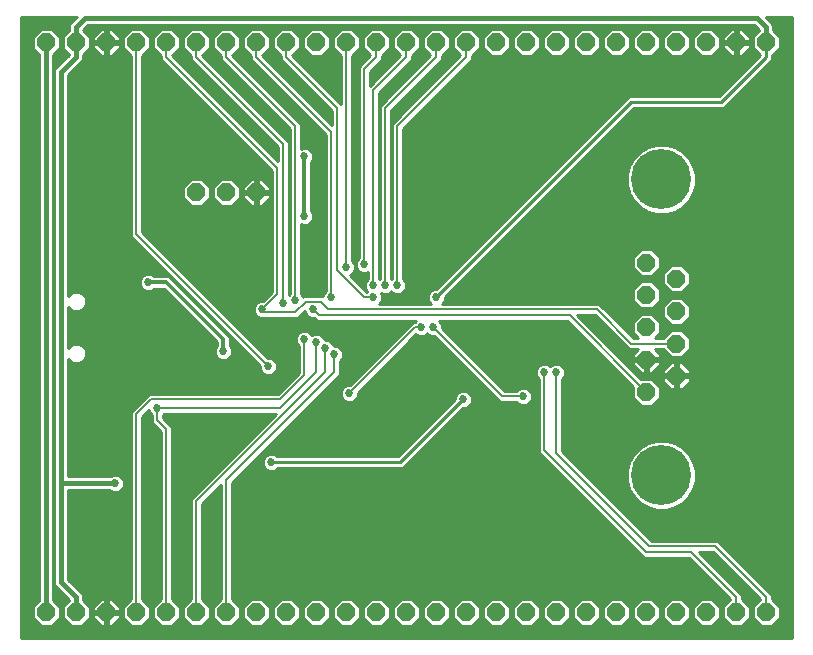
<source format=gbl>
G75*
G70*
%OFA0B0*%
%FSLAX24Y24*%
%IPPOS*%
%LPD*%
%AMOC8*
5,1,8,0,0,1.08239X$1,22.5*
%
%ADD10OC8,0.0600*%
%ADD11C,0.2000*%
%ADD12C,0.0100*%
%ADD13C,0.0270*%
%ADD14C,0.0080*%
%ADD15C,0.0160*%
%ADD16C,0.0120*%
D10*
X001454Y001157D03*
X002454Y001157D03*
X003454Y001157D03*
X004454Y001157D03*
X005454Y001157D03*
X006454Y001157D03*
X007454Y001157D03*
X008454Y001157D03*
X009454Y001157D03*
X010454Y001157D03*
X011454Y001157D03*
X012454Y001157D03*
X013454Y001157D03*
X014454Y001157D03*
X015454Y001157D03*
X016454Y001157D03*
X017454Y001157D03*
X018454Y001157D03*
X019454Y001157D03*
X020454Y001157D03*
X021454Y001157D03*
X022454Y001157D03*
X023454Y001157D03*
X024454Y001157D03*
X025454Y001157D03*
X021454Y008497D03*
X022454Y009037D03*
X021454Y009577D03*
X022454Y010117D03*
X021454Y010657D03*
X022454Y011197D03*
X021454Y011737D03*
X022454Y012277D03*
X021454Y012817D03*
X021454Y020157D03*
X020454Y020157D03*
X019454Y020157D03*
X018454Y020157D03*
X017454Y020157D03*
X016454Y020157D03*
X015454Y020157D03*
X014454Y020157D03*
X013454Y020157D03*
X012454Y020157D03*
X011454Y020157D03*
X010454Y020157D03*
X009454Y020157D03*
X008454Y020157D03*
X007454Y020157D03*
X006454Y020157D03*
X005454Y020157D03*
X004454Y020157D03*
X003454Y020157D03*
X002454Y020157D03*
X001454Y020157D03*
X006454Y015157D03*
X007454Y015157D03*
X008454Y015157D03*
X022454Y020157D03*
X023454Y020157D03*
X024454Y020157D03*
X025454Y020157D03*
D11*
X021954Y015587D03*
X021954Y005727D03*
D12*
X000604Y000307D02*
X000604Y021007D01*
X002478Y021007D01*
X002358Y020887D01*
X002224Y020753D01*
X002224Y020564D01*
X002004Y020344D01*
X002004Y019971D01*
X002223Y019752D01*
X001858Y019387D01*
X001724Y019253D01*
X001724Y005553D01*
X001724Y005362D01*
X001724Y002253D01*
X001724Y002062D01*
X002223Y001563D01*
X002004Y001344D01*
X002004Y000971D01*
X002267Y000707D01*
X002640Y000707D01*
X002904Y000971D01*
X002904Y001344D01*
X002684Y001564D01*
X002684Y001753D01*
X002549Y001887D01*
X002184Y002253D01*
X002184Y005227D01*
X003580Y005227D01*
X003592Y005216D01*
X003697Y005172D01*
X003810Y005172D01*
X003915Y005216D01*
X003995Y005296D01*
X004039Y005401D01*
X004039Y005514D01*
X003995Y005619D01*
X003915Y005699D01*
X003810Y005742D01*
X003697Y005742D01*
X003592Y005699D01*
X003580Y005687D01*
X002184Y005687D01*
X002184Y009599D01*
X002268Y009514D01*
X002388Y009464D01*
X002519Y009464D01*
X002639Y009514D01*
X002731Y009606D01*
X002781Y009726D01*
X002781Y009856D01*
X002731Y009976D01*
X002639Y010069D01*
X002519Y010118D01*
X002388Y010118D01*
X002268Y010069D01*
X002184Y009984D01*
X002184Y011331D01*
X002268Y011246D01*
X002388Y011196D01*
X002519Y011196D01*
X002639Y011246D01*
X002731Y011338D01*
X002781Y011458D01*
X002781Y011589D01*
X002731Y011709D01*
X002639Y011801D01*
X002519Y011851D01*
X002388Y011851D01*
X002268Y011801D01*
X002184Y011716D01*
X002184Y019062D01*
X002684Y019562D01*
X002684Y019751D01*
X002904Y019971D01*
X002904Y020344D01*
X002684Y020563D01*
X002849Y020727D01*
X025058Y020727D01*
X025223Y020563D01*
X025004Y020344D01*
X025004Y019971D01*
X025244Y019731D01*
X023871Y018357D01*
X020871Y018357D01*
X020754Y018240D01*
X014456Y011942D01*
X014397Y011942D01*
X014292Y011899D01*
X014212Y011819D01*
X014169Y011714D01*
X014169Y011601D01*
X014212Y011496D01*
X014261Y011447D01*
X012546Y011447D01*
X012595Y011496D01*
X012639Y011601D01*
X012639Y011714D01*
X012597Y011814D01*
X012697Y011772D01*
X012810Y011772D01*
X012915Y011816D01*
X012954Y011854D01*
X012992Y011816D01*
X013097Y011772D01*
X013210Y011772D01*
X013315Y011816D01*
X013395Y011896D01*
X013439Y012001D01*
X013439Y012114D01*
X013395Y012219D01*
X013344Y012270D01*
X013344Y017279D01*
X015532Y019467D01*
X015644Y019579D01*
X015644Y019711D01*
X015904Y019971D01*
X015904Y020344D01*
X015640Y020607D01*
X015267Y020607D01*
X015004Y020344D01*
X015004Y019971D01*
X015251Y019723D01*
X012964Y017436D01*
X012964Y017279D01*
X012964Y012270D01*
X012954Y012260D01*
X012944Y012270D01*
X012944Y017879D01*
X014532Y019467D01*
X014644Y019579D01*
X014644Y019711D01*
X014904Y019971D01*
X014904Y020344D01*
X014640Y020607D01*
X014267Y020607D01*
X014004Y020344D01*
X014004Y019971D01*
X014251Y019723D01*
X012564Y018036D01*
X012564Y017879D01*
X012564Y012270D01*
X012554Y012260D01*
X012544Y012270D01*
X012544Y018479D01*
X013007Y018479D01*
X013105Y018578D02*
X012643Y018578D01*
X012741Y018676D02*
X013204Y018676D01*
X013302Y018775D02*
X012840Y018775D01*
X012938Y018873D02*
X013401Y018873D01*
X013499Y018972D02*
X013037Y018972D01*
X013135Y019070D02*
X013598Y019070D01*
X013696Y019169D02*
X013234Y019169D01*
X013332Y019267D02*
X013795Y019267D01*
X013894Y019366D02*
X013431Y019366D01*
X013529Y019465D02*
X013992Y019465D01*
X014091Y019563D02*
X013628Y019563D01*
X013644Y019579D02*
X013532Y019467D01*
X012544Y018479D01*
X012544Y018381D02*
X012908Y018381D01*
X012810Y018282D02*
X012544Y018282D01*
X012544Y018183D02*
X012711Y018183D01*
X012612Y018085D02*
X012544Y018085D01*
X012544Y017986D02*
X012564Y017986D01*
X012564Y017888D02*
X012544Y017888D01*
X012544Y017789D02*
X012564Y017789D01*
X012564Y017691D02*
X012544Y017691D01*
X012544Y017592D02*
X012564Y017592D01*
X012564Y017494D02*
X012544Y017494D01*
X012544Y017395D02*
X012564Y017395D01*
X012564Y017297D02*
X012544Y017297D01*
X012544Y017198D02*
X012564Y017198D01*
X012564Y017099D02*
X012544Y017099D01*
X012544Y017001D02*
X012564Y017001D01*
X012564Y016902D02*
X012544Y016902D01*
X012544Y016804D02*
X012564Y016804D01*
X012564Y016705D02*
X012544Y016705D01*
X012544Y016607D02*
X012564Y016607D01*
X012564Y016508D02*
X012544Y016508D01*
X012544Y016410D02*
X012564Y016410D01*
X012564Y016311D02*
X012544Y016311D01*
X012544Y016213D02*
X012564Y016213D01*
X012564Y016114D02*
X012544Y016114D01*
X012544Y016016D02*
X012564Y016016D01*
X012564Y015917D02*
X012544Y015917D01*
X012544Y015818D02*
X012564Y015818D01*
X012564Y015720D02*
X012544Y015720D01*
X012544Y015621D02*
X012564Y015621D01*
X012564Y015523D02*
X012544Y015523D01*
X012544Y015424D02*
X012564Y015424D01*
X012564Y015326D02*
X012544Y015326D01*
X012544Y015227D02*
X012564Y015227D01*
X012564Y015129D02*
X012544Y015129D01*
X012544Y015030D02*
X012564Y015030D01*
X012564Y014932D02*
X012544Y014932D01*
X012544Y014833D02*
X012564Y014833D01*
X012564Y014734D02*
X012544Y014734D01*
X012544Y014636D02*
X012564Y014636D01*
X012564Y014537D02*
X012544Y014537D01*
X012544Y014439D02*
X012564Y014439D01*
X012564Y014340D02*
X012544Y014340D01*
X012544Y014242D02*
X012564Y014242D01*
X012564Y014143D02*
X012544Y014143D01*
X012544Y014045D02*
X012564Y014045D01*
X012564Y013946D02*
X012544Y013946D01*
X012544Y013848D02*
X012564Y013848D01*
X012564Y013749D02*
X012544Y013749D01*
X012544Y013650D02*
X012564Y013650D01*
X012564Y013552D02*
X012544Y013552D01*
X012544Y013453D02*
X012564Y013453D01*
X012564Y013355D02*
X012544Y013355D01*
X012544Y013256D02*
X012564Y013256D01*
X012564Y013158D02*
X012544Y013158D01*
X012544Y013059D02*
X012564Y013059D01*
X012564Y012961D02*
X012544Y012961D01*
X012544Y012862D02*
X012564Y012862D01*
X012564Y012764D02*
X012544Y012764D01*
X012544Y012665D02*
X012564Y012665D01*
X012564Y012566D02*
X012544Y012566D01*
X012544Y012468D02*
X012564Y012468D01*
X012564Y012369D02*
X012544Y012369D01*
X012544Y012271D02*
X012564Y012271D01*
X012944Y012271D02*
X012964Y012271D01*
X012964Y012369D02*
X012944Y012369D01*
X012944Y012468D02*
X012964Y012468D01*
X012964Y012566D02*
X012944Y012566D01*
X012944Y012665D02*
X012964Y012665D01*
X012964Y012764D02*
X012944Y012764D01*
X012944Y012862D02*
X012964Y012862D01*
X012964Y012961D02*
X012944Y012961D01*
X012944Y013059D02*
X012964Y013059D01*
X012964Y013158D02*
X012944Y013158D01*
X012944Y013256D02*
X012964Y013256D01*
X012964Y013355D02*
X012944Y013355D01*
X012944Y013453D02*
X012964Y013453D01*
X012964Y013552D02*
X012944Y013552D01*
X012944Y013650D02*
X012964Y013650D01*
X012964Y013749D02*
X012944Y013749D01*
X012944Y013848D02*
X012964Y013848D01*
X012964Y013946D02*
X012944Y013946D01*
X012944Y014045D02*
X012964Y014045D01*
X012964Y014143D02*
X012944Y014143D01*
X012944Y014242D02*
X012964Y014242D01*
X012964Y014340D02*
X012944Y014340D01*
X012944Y014439D02*
X012964Y014439D01*
X012964Y014537D02*
X012944Y014537D01*
X012944Y014636D02*
X012964Y014636D01*
X012964Y014734D02*
X012944Y014734D01*
X012944Y014833D02*
X012964Y014833D01*
X012964Y014932D02*
X012944Y014932D01*
X012944Y015030D02*
X012964Y015030D01*
X012964Y015129D02*
X012944Y015129D01*
X012944Y015227D02*
X012964Y015227D01*
X012964Y015326D02*
X012944Y015326D01*
X012944Y015424D02*
X012964Y015424D01*
X012964Y015523D02*
X012944Y015523D01*
X012944Y015621D02*
X012964Y015621D01*
X012964Y015720D02*
X012944Y015720D01*
X012944Y015818D02*
X012964Y015818D01*
X012964Y015917D02*
X012944Y015917D01*
X012944Y016016D02*
X012964Y016016D01*
X012964Y016114D02*
X012944Y016114D01*
X012944Y016213D02*
X012964Y016213D01*
X012964Y016311D02*
X012944Y016311D01*
X012944Y016410D02*
X012964Y016410D01*
X012964Y016508D02*
X012944Y016508D01*
X012944Y016607D02*
X012964Y016607D01*
X012964Y016705D02*
X012944Y016705D01*
X012944Y016804D02*
X012964Y016804D01*
X012964Y016902D02*
X012944Y016902D01*
X012944Y017001D02*
X012964Y017001D01*
X012964Y017099D02*
X012944Y017099D01*
X012944Y017198D02*
X012964Y017198D01*
X012964Y017297D02*
X012944Y017297D01*
X012944Y017395D02*
X012964Y017395D01*
X012944Y017494D02*
X013021Y017494D01*
X012944Y017592D02*
X013120Y017592D01*
X013218Y017691D02*
X012944Y017691D01*
X012944Y017789D02*
X013317Y017789D01*
X013415Y017888D02*
X012953Y017888D01*
X013051Y017986D02*
X013514Y017986D01*
X013612Y018085D02*
X013150Y018085D01*
X013248Y018183D02*
X013711Y018183D01*
X013810Y018282D02*
X013347Y018282D01*
X013445Y018381D02*
X013908Y018381D01*
X014007Y018479D02*
X013544Y018479D01*
X013643Y018578D02*
X014105Y018578D01*
X014204Y018676D02*
X013741Y018676D01*
X013840Y018775D02*
X014302Y018775D01*
X014401Y018873D02*
X013938Y018873D01*
X014037Y018972D02*
X014499Y018972D01*
X014598Y019070D02*
X014135Y019070D01*
X014234Y019169D02*
X014696Y019169D01*
X014795Y019267D02*
X014332Y019267D01*
X014431Y019366D02*
X014894Y019366D01*
X014992Y019465D02*
X014529Y019465D01*
X014628Y019563D02*
X015091Y019563D01*
X015189Y019662D02*
X014644Y019662D01*
X014693Y019760D02*
X015214Y019760D01*
X015116Y019859D02*
X014791Y019859D01*
X014890Y019957D02*
X015017Y019957D01*
X015004Y020056D02*
X014904Y020056D01*
X014904Y020154D02*
X015004Y020154D01*
X015004Y020253D02*
X014904Y020253D01*
X014896Y020351D02*
X015011Y020351D01*
X015110Y020450D02*
X014797Y020450D01*
X014699Y020549D02*
X015208Y020549D01*
X015699Y020549D02*
X016208Y020549D01*
X016267Y020607D02*
X016004Y020344D01*
X016004Y019971D01*
X016267Y019707D01*
X016640Y019707D01*
X016904Y019971D01*
X016904Y020344D01*
X016640Y020607D01*
X016267Y020607D01*
X016110Y020450D02*
X015797Y020450D01*
X015896Y020351D02*
X016011Y020351D01*
X016004Y020253D02*
X015904Y020253D01*
X015904Y020154D02*
X016004Y020154D01*
X016004Y020056D02*
X015904Y020056D01*
X015890Y019957D02*
X016017Y019957D01*
X016116Y019859D02*
X015791Y019859D01*
X015693Y019760D02*
X016214Y019760D01*
X016693Y019760D02*
X017214Y019760D01*
X017267Y019707D02*
X017640Y019707D01*
X017904Y019971D01*
X017904Y020344D01*
X017640Y020607D01*
X017267Y020607D01*
X017004Y020344D01*
X017004Y019971D01*
X017267Y019707D01*
X017116Y019859D02*
X016791Y019859D01*
X016890Y019957D02*
X017017Y019957D01*
X017004Y020056D02*
X016904Y020056D01*
X016904Y020154D02*
X017004Y020154D01*
X017004Y020253D02*
X016904Y020253D01*
X016896Y020351D02*
X017011Y020351D01*
X017110Y020450D02*
X016797Y020450D01*
X016699Y020549D02*
X017208Y020549D01*
X017699Y020549D02*
X018208Y020549D01*
X018267Y020607D02*
X018004Y020344D01*
X018004Y019971D01*
X018267Y019707D01*
X018640Y019707D01*
X018904Y019971D01*
X018904Y020344D01*
X018640Y020607D01*
X018267Y020607D01*
X018110Y020450D02*
X017797Y020450D01*
X017896Y020351D02*
X018011Y020351D01*
X018004Y020253D02*
X017904Y020253D01*
X017904Y020154D02*
X018004Y020154D01*
X018004Y020056D02*
X017904Y020056D01*
X017890Y019957D02*
X018017Y019957D01*
X018116Y019859D02*
X017791Y019859D01*
X017693Y019760D02*
X018214Y019760D01*
X018693Y019760D02*
X019214Y019760D01*
X019267Y019707D02*
X019640Y019707D01*
X019904Y019971D01*
X019904Y020344D01*
X019640Y020607D01*
X019267Y020607D01*
X019004Y020344D01*
X019004Y019971D01*
X019267Y019707D01*
X019116Y019859D02*
X018791Y019859D01*
X018890Y019957D02*
X019017Y019957D01*
X019004Y020056D02*
X018904Y020056D01*
X018904Y020154D02*
X019004Y020154D01*
X019004Y020253D02*
X018904Y020253D01*
X018896Y020351D02*
X019011Y020351D01*
X019110Y020450D02*
X018797Y020450D01*
X018699Y020549D02*
X019208Y020549D01*
X019699Y020549D02*
X020208Y020549D01*
X020267Y020607D02*
X020004Y020344D01*
X020004Y019971D01*
X020267Y019707D01*
X020640Y019707D01*
X020904Y019971D01*
X020904Y020344D01*
X020640Y020607D01*
X020267Y020607D01*
X020110Y020450D02*
X019797Y020450D01*
X019896Y020351D02*
X020011Y020351D01*
X020004Y020253D02*
X019904Y020253D01*
X019904Y020154D02*
X020004Y020154D01*
X020004Y020056D02*
X019904Y020056D01*
X019890Y019957D02*
X020017Y019957D01*
X020116Y019859D02*
X019791Y019859D01*
X019693Y019760D02*
X020214Y019760D01*
X020693Y019760D02*
X021214Y019760D01*
X021267Y019707D02*
X021640Y019707D01*
X021904Y019971D01*
X021904Y020344D01*
X021640Y020607D01*
X021267Y020607D01*
X021004Y020344D01*
X021004Y019971D01*
X021267Y019707D01*
X021116Y019859D02*
X020791Y019859D01*
X020890Y019957D02*
X021017Y019957D01*
X021004Y020056D02*
X020904Y020056D01*
X020904Y020154D02*
X021004Y020154D01*
X021004Y020253D02*
X020904Y020253D01*
X020896Y020351D02*
X021011Y020351D01*
X021110Y020450D02*
X020797Y020450D01*
X020699Y020549D02*
X021208Y020549D01*
X021699Y020549D02*
X022208Y020549D01*
X022267Y020607D02*
X022004Y020344D01*
X022004Y019971D01*
X022267Y019707D01*
X022640Y019707D01*
X022904Y019971D01*
X022904Y020344D01*
X022640Y020607D01*
X022267Y020607D01*
X022110Y020450D02*
X021797Y020450D01*
X021896Y020351D02*
X022011Y020351D01*
X022004Y020253D02*
X021904Y020253D01*
X021904Y020154D02*
X022004Y020154D01*
X022004Y020056D02*
X021904Y020056D01*
X021890Y019957D02*
X022017Y019957D01*
X022116Y019859D02*
X021791Y019859D01*
X021693Y019760D02*
X022214Y019760D01*
X022693Y019760D02*
X023214Y019760D01*
X023267Y019707D02*
X023640Y019707D01*
X023904Y019971D01*
X023904Y020344D01*
X023640Y020607D01*
X023267Y020607D01*
X023004Y020344D01*
X023004Y019971D01*
X023267Y019707D01*
X023116Y019859D02*
X022791Y019859D01*
X022890Y019957D02*
X023017Y019957D01*
X023004Y020056D02*
X022904Y020056D01*
X022904Y020154D02*
X023004Y020154D01*
X023004Y020253D02*
X022904Y020253D01*
X022896Y020351D02*
X023011Y020351D01*
X023110Y020450D02*
X022797Y020450D01*
X022699Y020549D02*
X023208Y020549D01*
X023699Y020549D02*
X024208Y020549D01*
X024267Y020607D02*
X024004Y020344D01*
X024004Y020207D01*
X024403Y020207D01*
X024403Y020107D01*
X024004Y020107D01*
X024004Y019971D01*
X024267Y019707D01*
X024404Y019707D01*
X024404Y020107D01*
X024503Y020107D01*
X024503Y019707D01*
X024640Y019707D01*
X024904Y019971D01*
X024904Y020107D01*
X024504Y020107D01*
X024504Y020207D01*
X024904Y020207D01*
X024904Y020344D01*
X024640Y020607D01*
X024503Y020607D01*
X024503Y020207D01*
X024404Y020207D01*
X024404Y020607D01*
X024267Y020607D01*
X024404Y020549D02*
X024503Y020549D01*
X024503Y020450D02*
X024404Y020450D01*
X024404Y020351D02*
X024503Y020351D01*
X024503Y020253D02*
X024404Y020253D01*
X024403Y020154D02*
X023904Y020154D01*
X023904Y020056D02*
X024004Y020056D01*
X024017Y019957D02*
X023890Y019957D01*
X023791Y019859D02*
X024116Y019859D01*
X024214Y019760D02*
X023693Y019760D01*
X023904Y020253D02*
X024004Y020253D01*
X024011Y020351D02*
X023896Y020351D01*
X023797Y020450D02*
X024110Y020450D01*
X024404Y020056D02*
X024503Y020056D01*
X024504Y020154D02*
X025004Y020154D01*
X025004Y020056D02*
X024904Y020056D01*
X024890Y019957D02*
X025017Y019957D01*
X025116Y019859D02*
X024791Y019859D01*
X024693Y019760D02*
X025214Y019760D01*
X025175Y019662D02*
X015644Y019662D01*
X015628Y019563D02*
X025076Y019563D01*
X024978Y019465D02*
X015529Y019465D01*
X015431Y019366D02*
X024879Y019366D01*
X024781Y019267D02*
X015332Y019267D01*
X015234Y019169D02*
X024682Y019169D01*
X024584Y019070D02*
X015135Y019070D01*
X015037Y018972D02*
X024485Y018972D01*
X024387Y018873D02*
X014938Y018873D01*
X014840Y018775D02*
X024288Y018775D01*
X024190Y018676D02*
X014741Y018676D01*
X014643Y018578D02*
X024091Y018578D01*
X023992Y018479D02*
X014544Y018479D01*
X014445Y018381D02*
X023894Y018381D01*
X023954Y018157D02*
X025454Y019657D01*
X025454Y020157D01*
X025791Y019859D02*
X026304Y019859D01*
X026304Y019957D02*
X025890Y019957D01*
X025904Y019971D02*
X025904Y020344D01*
X025684Y020564D01*
X025684Y020753D01*
X025429Y021007D01*
X026304Y021007D01*
X026304Y000307D01*
X000604Y000307D01*
X000604Y000347D02*
X026304Y000347D01*
X026304Y000446D02*
X000604Y000446D01*
X000604Y000544D02*
X026304Y000544D01*
X026304Y000643D02*
X000604Y000643D01*
X000604Y000741D02*
X001233Y000741D01*
X001267Y000707D02*
X001640Y000707D01*
X001904Y000971D01*
X001904Y001344D01*
X001684Y001564D01*
X001684Y019751D01*
X001904Y019971D01*
X001904Y020344D01*
X001640Y020607D01*
X001267Y020607D01*
X001004Y020344D01*
X001004Y019971D01*
X001224Y019751D01*
X001224Y001564D01*
X001004Y001344D01*
X001004Y000971D01*
X001267Y000707D01*
X001135Y000840D02*
X000604Y000840D01*
X000604Y000938D02*
X001036Y000938D01*
X001004Y001037D02*
X000604Y001037D01*
X000604Y001135D02*
X001004Y001135D01*
X001004Y001234D02*
X000604Y001234D01*
X000604Y001333D02*
X001004Y001333D01*
X001091Y001431D02*
X000604Y001431D01*
X000604Y001530D02*
X001190Y001530D01*
X001224Y001628D02*
X000604Y001628D01*
X000604Y001727D02*
X001224Y001727D01*
X001224Y001825D02*
X000604Y001825D01*
X000604Y001924D02*
X001224Y001924D01*
X001224Y002022D02*
X000604Y002022D01*
X000604Y002121D02*
X001224Y002121D01*
X001224Y002219D02*
X000604Y002219D01*
X000604Y002318D02*
X001224Y002318D01*
X001224Y002417D02*
X000604Y002417D01*
X000604Y002515D02*
X001224Y002515D01*
X001224Y002614D02*
X000604Y002614D01*
X000604Y002712D02*
X001224Y002712D01*
X001224Y002811D02*
X000604Y002811D01*
X000604Y002909D02*
X001224Y002909D01*
X001224Y003008D02*
X000604Y003008D01*
X000604Y003106D02*
X001224Y003106D01*
X001224Y003205D02*
X000604Y003205D01*
X000604Y003303D02*
X001224Y003303D01*
X001224Y003402D02*
X000604Y003402D01*
X000604Y003501D02*
X001224Y003501D01*
X001224Y003599D02*
X000604Y003599D01*
X000604Y003698D02*
X001224Y003698D01*
X001224Y003796D02*
X000604Y003796D01*
X000604Y003895D02*
X001224Y003895D01*
X001224Y003993D02*
X000604Y003993D01*
X000604Y004092D02*
X001224Y004092D01*
X001224Y004190D02*
X000604Y004190D01*
X000604Y004289D02*
X001224Y004289D01*
X001224Y004387D02*
X000604Y004387D01*
X000604Y004486D02*
X001224Y004486D01*
X001224Y004584D02*
X000604Y004584D01*
X000604Y004683D02*
X001224Y004683D01*
X001224Y004782D02*
X000604Y004782D01*
X000604Y004880D02*
X001224Y004880D01*
X001224Y004979D02*
X000604Y004979D01*
X000604Y005077D02*
X001224Y005077D01*
X001224Y005176D02*
X000604Y005176D01*
X000604Y005274D02*
X001224Y005274D01*
X001224Y005373D02*
X000604Y005373D01*
X000604Y005471D02*
X001224Y005471D01*
X001224Y005570D02*
X000604Y005570D01*
X000604Y005668D02*
X001224Y005668D01*
X001224Y005767D02*
X000604Y005767D01*
X000604Y005866D02*
X001224Y005866D01*
X001224Y005964D02*
X000604Y005964D01*
X000604Y006063D02*
X001224Y006063D01*
X001224Y006161D02*
X000604Y006161D01*
X000604Y006260D02*
X001224Y006260D01*
X001224Y006358D02*
X000604Y006358D01*
X000604Y006457D02*
X001224Y006457D01*
X001224Y006555D02*
X000604Y006555D01*
X000604Y006654D02*
X001224Y006654D01*
X001224Y006752D02*
X000604Y006752D01*
X000604Y006851D02*
X001224Y006851D01*
X001224Y006950D02*
X000604Y006950D01*
X000604Y007048D02*
X001224Y007048D01*
X001224Y007147D02*
X000604Y007147D01*
X000604Y007245D02*
X001224Y007245D01*
X001224Y007344D02*
X000604Y007344D01*
X000604Y007442D02*
X001224Y007442D01*
X001224Y007541D02*
X000604Y007541D01*
X000604Y007639D02*
X001224Y007639D01*
X001224Y007738D02*
X000604Y007738D01*
X000604Y007836D02*
X001224Y007836D01*
X001224Y007935D02*
X000604Y007935D01*
X000604Y008034D02*
X001224Y008034D01*
X001224Y008132D02*
X000604Y008132D01*
X000604Y008231D02*
X001224Y008231D01*
X001224Y008329D02*
X000604Y008329D01*
X000604Y008428D02*
X001224Y008428D01*
X001224Y008526D02*
X000604Y008526D01*
X000604Y008625D02*
X001224Y008625D01*
X001224Y008723D02*
X000604Y008723D01*
X000604Y008822D02*
X001224Y008822D01*
X001224Y008920D02*
X000604Y008920D01*
X000604Y009019D02*
X001224Y009019D01*
X001224Y009117D02*
X000604Y009117D01*
X000604Y009216D02*
X001224Y009216D01*
X001224Y009315D02*
X000604Y009315D01*
X000604Y009413D02*
X001224Y009413D01*
X001224Y009512D02*
X000604Y009512D01*
X000604Y009610D02*
X001224Y009610D01*
X001224Y009709D02*
X000604Y009709D01*
X000604Y009807D02*
X001224Y009807D01*
X001224Y009906D02*
X000604Y009906D01*
X000604Y010004D02*
X001224Y010004D01*
X001224Y010103D02*
X000604Y010103D01*
X000604Y010201D02*
X001224Y010201D01*
X001224Y010300D02*
X000604Y010300D01*
X000604Y010399D02*
X001224Y010399D01*
X001224Y010497D02*
X000604Y010497D01*
X000604Y010596D02*
X001224Y010596D01*
X001224Y010694D02*
X000604Y010694D01*
X000604Y010793D02*
X001224Y010793D01*
X001224Y010891D02*
X000604Y010891D01*
X000604Y010990D02*
X001224Y010990D01*
X001224Y011088D02*
X000604Y011088D01*
X000604Y011187D02*
X001224Y011187D01*
X001224Y011285D02*
X000604Y011285D01*
X000604Y011384D02*
X001224Y011384D01*
X001224Y011483D02*
X000604Y011483D01*
X000604Y011581D02*
X001224Y011581D01*
X001224Y011680D02*
X000604Y011680D01*
X000604Y011778D02*
X001224Y011778D01*
X001224Y011877D02*
X000604Y011877D01*
X000604Y011975D02*
X001224Y011975D01*
X001224Y012074D02*
X000604Y012074D01*
X000604Y012172D02*
X001224Y012172D01*
X001224Y012271D02*
X000604Y012271D01*
X000604Y012369D02*
X001224Y012369D01*
X001224Y012468D02*
X000604Y012468D01*
X000604Y012566D02*
X001224Y012566D01*
X001224Y012665D02*
X000604Y012665D01*
X000604Y012764D02*
X001224Y012764D01*
X001224Y012862D02*
X000604Y012862D01*
X000604Y012961D02*
X001224Y012961D01*
X001224Y013059D02*
X000604Y013059D01*
X000604Y013158D02*
X001224Y013158D01*
X001224Y013256D02*
X000604Y013256D01*
X000604Y013355D02*
X001224Y013355D01*
X001224Y013453D02*
X000604Y013453D01*
X000604Y013552D02*
X001224Y013552D01*
X001224Y013650D02*
X000604Y013650D01*
X000604Y013749D02*
X001224Y013749D01*
X001224Y013848D02*
X000604Y013848D01*
X000604Y013946D02*
X001224Y013946D01*
X001224Y014045D02*
X000604Y014045D01*
X000604Y014143D02*
X001224Y014143D01*
X001224Y014242D02*
X000604Y014242D01*
X000604Y014340D02*
X001224Y014340D01*
X001224Y014439D02*
X000604Y014439D01*
X000604Y014537D02*
X001224Y014537D01*
X001224Y014636D02*
X000604Y014636D01*
X000604Y014734D02*
X001224Y014734D01*
X001224Y014833D02*
X000604Y014833D01*
X000604Y014932D02*
X001224Y014932D01*
X001224Y015030D02*
X000604Y015030D01*
X000604Y015129D02*
X001224Y015129D01*
X001224Y015227D02*
X000604Y015227D01*
X000604Y015326D02*
X001224Y015326D01*
X001224Y015424D02*
X000604Y015424D01*
X000604Y015523D02*
X001224Y015523D01*
X001224Y015621D02*
X000604Y015621D01*
X000604Y015720D02*
X001224Y015720D01*
X001224Y015818D02*
X000604Y015818D01*
X000604Y015917D02*
X001224Y015917D01*
X001224Y016016D02*
X000604Y016016D01*
X000604Y016114D02*
X001224Y016114D01*
X001224Y016213D02*
X000604Y016213D01*
X000604Y016311D02*
X001224Y016311D01*
X001224Y016410D02*
X000604Y016410D01*
X000604Y016508D02*
X001224Y016508D01*
X001224Y016607D02*
X000604Y016607D01*
X000604Y016705D02*
X001224Y016705D01*
X001224Y016804D02*
X000604Y016804D01*
X000604Y016902D02*
X001224Y016902D01*
X001224Y017001D02*
X000604Y017001D01*
X000604Y017099D02*
X001224Y017099D01*
X001224Y017198D02*
X000604Y017198D01*
X000604Y017297D02*
X001224Y017297D01*
X001224Y017395D02*
X000604Y017395D01*
X000604Y017494D02*
X001224Y017494D01*
X001224Y017592D02*
X000604Y017592D01*
X000604Y017691D02*
X001224Y017691D01*
X001224Y017789D02*
X000604Y017789D01*
X000604Y017888D02*
X001224Y017888D01*
X001224Y017986D02*
X000604Y017986D01*
X000604Y018085D02*
X001224Y018085D01*
X001224Y018183D02*
X000604Y018183D01*
X000604Y018282D02*
X001224Y018282D01*
X001224Y018381D02*
X000604Y018381D01*
X000604Y018479D02*
X001224Y018479D01*
X001224Y018578D02*
X000604Y018578D01*
X000604Y018676D02*
X001224Y018676D01*
X001224Y018775D02*
X000604Y018775D01*
X000604Y018873D02*
X001224Y018873D01*
X001224Y018972D02*
X000604Y018972D01*
X000604Y019070D02*
X001224Y019070D01*
X001224Y019169D02*
X000604Y019169D01*
X000604Y019267D02*
X001224Y019267D01*
X001224Y019366D02*
X000604Y019366D01*
X000604Y019465D02*
X001224Y019465D01*
X001224Y019563D02*
X000604Y019563D01*
X000604Y019662D02*
X001224Y019662D01*
X001214Y019760D02*
X000604Y019760D01*
X000604Y019859D02*
X001116Y019859D01*
X001017Y019957D02*
X000604Y019957D01*
X000604Y020056D02*
X001004Y020056D01*
X001004Y020154D02*
X000604Y020154D01*
X000604Y020253D02*
X001004Y020253D01*
X001011Y020351D02*
X000604Y020351D01*
X000604Y020450D02*
X001110Y020450D01*
X001208Y020549D02*
X000604Y020549D01*
X000604Y020647D02*
X002224Y020647D01*
X002224Y020746D02*
X000604Y020746D01*
X000604Y020844D02*
X002315Y020844D01*
X002414Y020943D02*
X000604Y020943D01*
X001699Y020549D02*
X002208Y020549D01*
X002110Y020450D02*
X001797Y020450D01*
X001896Y020351D02*
X002011Y020351D01*
X002004Y020253D02*
X001904Y020253D01*
X001904Y020154D02*
X002004Y020154D01*
X002004Y020056D02*
X001904Y020056D01*
X001890Y019957D02*
X002017Y019957D01*
X002116Y019859D02*
X001791Y019859D01*
X001693Y019760D02*
X002214Y019760D01*
X002133Y019662D02*
X001684Y019662D01*
X001684Y019563D02*
X002034Y019563D01*
X001936Y019465D02*
X001684Y019465D01*
X001684Y019366D02*
X001837Y019366D01*
X001858Y019387D02*
X001858Y019387D01*
X001738Y019267D02*
X001684Y019267D01*
X001684Y019169D02*
X001724Y019169D01*
X001724Y019070D02*
X001684Y019070D01*
X001684Y018972D02*
X001724Y018972D01*
X001724Y018873D02*
X001684Y018873D01*
X001684Y018775D02*
X001724Y018775D01*
X001724Y018676D02*
X001684Y018676D01*
X001684Y018578D02*
X001724Y018578D01*
X001724Y018479D02*
X001684Y018479D01*
X001684Y018381D02*
X001724Y018381D01*
X001724Y018282D02*
X001684Y018282D01*
X001684Y018183D02*
X001724Y018183D01*
X001724Y018085D02*
X001684Y018085D01*
X001684Y017986D02*
X001724Y017986D01*
X001724Y017888D02*
X001684Y017888D01*
X001684Y017789D02*
X001724Y017789D01*
X001724Y017691D02*
X001684Y017691D01*
X001684Y017592D02*
X001724Y017592D01*
X001724Y017494D02*
X001684Y017494D01*
X001684Y017395D02*
X001724Y017395D01*
X001724Y017297D02*
X001684Y017297D01*
X001684Y017198D02*
X001724Y017198D01*
X001724Y017099D02*
X001684Y017099D01*
X001684Y017001D02*
X001724Y017001D01*
X001724Y016902D02*
X001684Y016902D01*
X001684Y016804D02*
X001724Y016804D01*
X001724Y016705D02*
X001684Y016705D01*
X001684Y016607D02*
X001724Y016607D01*
X001724Y016508D02*
X001684Y016508D01*
X001684Y016410D02*
X001724Y016410D01*
X001724Y016311D02*
X001684Y016311D01*
X001684Y016213D02*
X001724Y016213D01*
X001724Y016114D02*
X001684Y016114D01*
X001684Y016016D02*
X001724Y016016D01*
X001724Y015917D02*
X001684Y015917D01*
X001684Y015818D02*
X001724Y015818D01*
X001724Y015720D02*
X001684Y015720D01*
X001684Y015621D02*
X001724Y015621D01*
X001724Y015523D02*
X001684Y015523D01*
X001684Y015424D02*
X001724Y015424D01*
X001724Y015326D02*
X001684Y015326D01*
X001684Y015227D02*
X001724Y015227D01*
X001724Y015129D02*
X001684Y015129D01*
X001684Y015030D02*
X001724Y015030D01*
X001724Y014932D02*
X001684Y014932D01*
X001684Y014833D02*
X001724Y014833D01*
X001724Y014734D02*
X001684Y014734D01*
X001684Y014636D02*
X001724Y014636D01*
X001724Y014537D02*
X001684Y014537D01*
X001684Y014439D02*
X001724Y014439D01*
X001724Y014340D02*
X001684Y014340D01*
X001684Y014242D02*
X001724Y014242D01*
X001724Y014143D02*
X001684Y014143D01*
X001684Y014045D02*
X001724Y014045D01*
X001724Y013946D02*
X001684Y013946D01*
X001684Y013848D02*
X001724Y013848D01*
X001724Y013749D02*
X001684Y013749D01*
X001684Y013650D02*
X001724Y013650D01*
X001724Y013552D02*
X001684Y013552D01*
X001684Y013453D02*
X001724Y013453D01*
X001724Y013355D02*
X001684Y013355D01*
X001684Y013256D02*
X001724Y013256D01*
X001724Y013158D02*
X001684Y013158D01*
X001684Y013059D02*
X001724Y013059D01*
X001724Y012961D02*
X001684Y012961D01*
X001684Y012862D02*
X001724Y012862D01*
X001724Y012764D02*
X001684Y012764D01*
X001684Y012665D02*
X001724Y012665D01*
X001724Y012566D02*
X001684Y012566D01*
X001684Y012468D02*
X001724Y012468D01*
X001724Y012369D02*
X001684Y012369D01*
X001684Y012271D02*
X001724Y012271D01*
X001724Y012172D02*
X001684Y012172D01*
X001684Y012074D02*
X001724Y012074D01*
X001724Y011975D02*
X001684Y011975D01*
X001684Y011877D02*
X001724Y011877D01*
X001724Y011778D02*
X001684Y011778D01*
X001684Y011680D02*
X001724Y011680D01*
X001724Y011581D02*
X001684Y011581D01*
X001684Y011483D02*
X001724Y011483D01*
X001724Y011384D02*
X001684Y011384D01*
X001684Y011285D02*
X001724Y011285D01*
X001724Y011187D02*
X001684Y011187D01*
X001684Y011088D02*
X001724Y011088D01*
X001724Y010990D02*
X001684Y010990D01*
X001684Y010891D02*
X001724Y010891D01*
X001724Y010793D02*
X001684Y010793D01*
X001684Y010694D02*
X001724Y010694D01*
X001724Y010596D02*
X001684Y010596D01*
X001684Y010497D02*
X001724Y010497D01*
X001724Y010399D02*
X001684Y010399D01*
X001684Y010300D02*
X001724Y010300D01*
X001724Y010201D02*
X001684Y010201D01*
X001684Y010103D02*
X001724Y010103D01*
X001724Y010004D02*
X001684Y010004D01*
X001684Y009906D02*
X001724Y009906D01*
X001724Y009807D02*
X001684Y009807D01*
X001684Y009709D02*
X001724Y009709D01*
X001724Y009610D02*
X001684Y009610D01*
X001684Y009512D02*
X001724Y009512D01*
X001724Y009413D02*
X001684Y009413D01*
X001684Y009315D02*
X001724Y009315D01*
X001724Y009216D02*
X001684Y009216D01*
X001684Y009117D02*
X001724Y009117D01*
X001724Y009019D02*
X001684Y009019D01*
X001684Y008920D02*
X001724Y008920D01*
X001724Y008822D02*
X001684Y008822D01*
X001684Y008723D02*
X001724Y008723D01*
X001724Y008625D02*
X001684Y008625D01*
X001684Y008526D02*
X001724Y008526D01*
X001724Y008428D02*
X001684Y008428D01*
X001684Y008329D02*
X001724Y008329D01*
X001724Y008231D02*
X001684Y008231D01*
X001684Y008132D02*
X001724Y008132D01*
X001724Y008034D02*
X001684Y008034D01*
X001684Y007935D02*
X001724Y007935D01*
X001724Y007836D02*
X001684Y007836D01*
X001684Y007738D02*
X001724Y007738D01*
X001724Y007639D02*
X001684Y007639D01*
X001684Y007541D02*
X001724Y007541D01*
X001724Y007442D02*
X001684Y007442D01*
X001684Y007344D02*
X001724Y007344D01*
X001724Y007245D02*
X001684Y007245D01*
X001684Y007147D02*
X001724Y007147D01*
X001724Y007048D02*
X001684Y007048D01*
X001684Y006950D02*
X001724Y006950D01*
X001724Y006851D02*
X001684Y006851D01*
X001684Y006752D02*
X001724Y006752D01*
X001724Y006654D02*
X001684Y006654D01*
X001684Y006555D02*
X001724Y006555D01*
X001724Y006457D02*
X001684Y006457D01*
X001684Y006358D02*
X001724Y006358D01*
X001724Y006260D02*
X001684Y006260D01*
X001684Y006161D02*
X001724Y006161D01*
X001724Y006063D02*
X001684Y006063D01*
X001684Y005964D02*
X001724Y005964D01*
X001724Y005866D02*
X001684Y005866D01*
X001684Y005767D02*
X001724Y005767D01*
X001724Y005668D02*
X001684Y005668D01*
X001684Y005570D02*
X001724Y005570D01*
X001724Y005471D02*
X001684Y005471D01*
X001684Y005373D02*
X001724Y005373D01*
X001724Y005274D02*
X001684Y005274D01*
X001684Y005176D02*
X001724Y005176D01*
X001724Y005077D02*
X001684Y005077D01*
X001684Y004979D02*
X001724Y004979D01*
X001724Y004880D02*
X001684Y004880D01*
X001684Y004782D02*
X001724Y004782D01*
X001724Y004683D02*
X001684Y004683D01*
X001684Y004584D02*
X001724Y004584D01*
X001724Y004486D02*
X001684Y004486D01*
X001684Y004387D02*
X001724Y004387D01*
X001724Y004289D02*
X001684Y004289D01*
X001684Y004190D02*
X001724Y004190D01*
X001724Y004092D02*
X001684Y004092D01*
X001684Y003993D02*
X001724Y003993D01*
X001724Y003895D02*
X001684Y003895D01*
X001684Y003796D02*
X001724Y003796D01*
X001724Y003698D02*
X001684Y003698D01*
X001684Y003599D02*
X001724Y003599D01*
X001724Y003501D02*
X001684Y003501D01*
X001684Y003402D02*
X001724Y003402D01*
X001724Y003303D02*
X001684Y003303D01*
X001684Y003205D02*
X001724Y003205D01*
X001724Y003106D02*
X001684Y003106D01*
X001684Y003008D02*
X001724Y003008D01*
X001724Y002909D02*
X001684Y002909D01*
X001684Y002811D02*
X001724Y002811D01*
X001724Y002712D02*
X001684Y002712D01*
X001684Y002614D02*
X001724Y002614D01*
X001724Y002515D02*
X001684Y002515D01*
X001684Y002417D02*
X001724Y002417D01*
X001724Y002318D02*
X001684Y002318D01*
X001684Y002219D02*
X001724Y002219D01*
X001724Y002121D02*
X001684Y002121D01*
X001684Y002022D02*
X001763Y002022D01*
X001684Y001924D02*
X001862Y001924D01*
X001960Y001825D02*
X001684Y001825D01*
X001684Y001727D02*
X002059Y001727D01*
X002157Y001628D02*
X001684Y001628D01*
X001718Y001530D02*
X002190Y001530D01*
X002091Y001431D02*
X001816Y001431D01*
X001904Y001333D02*
X002004Y001333D01*
X002004Y001234D02*
X001904Y001234D01*
X001904Y001135D02*
X002004Y001135D01*
X002004Y001037D02*
X001904Y001037D01*
X001871Y000938D02*
X002036Y000938D01*
X002135Y000840D02*
X001772Y000840D01*
X001674Y000741D02*
X002233Y000741D01*
X002674Y000741D02*
X003233Y000741D01*
X003267Y000707D02*
X003004Y000971D01*
X003004Y001107D01*
X003403Y001107D01*
X003403Y001207D01*
X003004Y001207D01*
X003004Y001344D01*
X003267Y001607D01*
X003404Y001607D01*
X003404Y001207D01*
X003503Y001207D01*
X003503Y001607D01*
X003640Y001607D01*
X003904Y001344D01*
X003904Y001207D01*
X003504Y001207D01*
X003504Y001107D01*
X003904Y001107D01*
X003904Y000971D01*
X003640Y000707D01*
X003503Y000707D01*
X003503Y001107D01*
X003404Y001107D01*
X003404Y000707D01*
X003267Y000707D01*
X003404Y000741D02*
X003503Y000741D01*
X003503Y000840D02*
X003404Y000840D01*
X003404Y000938D02*
X003503Y000938D01*
X003503Y001037D02*
X003404Y001037D01*
X003403Y001135D02*
X002904Y001135D01*
X002904Y001037D02*
X003004Y001037D01*
X003036Y000938D02*
X002871Y000938D01*
X002772Y000840D02*
X003135Y000840D01*
X003004Y001234D02*
X002904Y001234D01*
X002904Y001333D02*
X003004Y001333D01*
X003091Y001431D02*
X002816Y001431D01*
X002718Y001530D02*
X003189Y001530D01*
X003404Y001530D02*
X003503Y001530D01*
X003503Y001431D02*
X003404Y001431D01*
X003404Y001333D02*
X003503Y001333D01*
X003503Y001234D02*
X003404Y001234D01*
X003504Y001135D02*
X004004Y001135D01*
X004004Y001037D02*
X003904Y001037D01*
X003871Y000938D02*
X004036Y000938D01*
X004004Y000971D02*
X004267Y000707D01*
X004640Y000707D01*
X004904Y000971D01*
X004904Y001344D01*
X004644Y001604D01*
X004644Y007679D01*
X004869Y007904D01*
X004869Y007901D01*
X004912Y007796D01*
X004964Y007744D01*
X004964Y007636D01*
X004964Y007479D01*
X005264Y007179D01*
X005264Y001604D01*
X005004Y001344D01*
X005004Y000971D01*
X005267Y000707D01*
X005640Y000707D01*
X005904Y000971D01*
X005904Y001344D01*
X005644Y001604D01*
X005644Y007179D01*
X005644Y007336D01*
X005344Y007636D01*
X005344Y007744D01*
X005367Y007767D01*
X009095Y007767D01*
X006375Y005047D01*
X006264Y004936D01*
X006264Y001604D01*
X006004Y001344D01*
X006004Y000971D01*
X006267Y000707D01*
X006640Y000707D01*
X006904Y000971D01*
X006904Y001344D01*
X006644Y001604D01*
X006644Y004779D01*
X007264Y005399D01*
X007264Y001604D01*
X007004Y001344D01*
X007004Y000971D01*
X007267Y000707D01*
X007640Y000707D01*
X007904Y000971D01*
X007904Y001344D01*
X007644Y001604D01*
X007644Y005479D01*
X011244Y009079D01*
X011244Y009236D01*
X011244Y009544D01*
X011295Y009596D01*
X011339Y009701D01*
X011339Y009814D01*
X011295Y009919D01*
X011215Y009999D01*
X011110Y010042D01*
X011027Y010042D01*
X010995Y010119D01*
X010915Y010199D01*
X010810Y010242D01*
X010727Y010242D01*
X010695Y010319D01*
X010615Y010399D01*
X010510Y010442D01*
X010397Y010442D01*
X010302Y010403D01*
X010295Y010419D01*
X010215Y010499D01*
X010110Y010542D01*
X009997Y010542D01*
X009892Y010499D01*
X009812Y010419D01*
X009769Y010314D01*
X009769Y010201D01*
X009812Y010096D01*
X009864Y010044D01*
X009864Y009136D01*
X009175Y008447D01*
X004875Y008447D01*
X004764Y008336D01*
X004264Y007836D01*
X002184Y007836D01*
X002184Y007738D02*
X004264Y007738D01*
X004264Y007679D02*
X004264Y001604D01*
X004004Y001344D01*
X004004Y000971D01*
X004135Y000840D02*
X003772Y000840D01*
X003674Y000741D02*
X004233Y000741D01*
X004674Y000741D02*
X005233Y000741D01*
X005135Y000840D02*
X004772Y000840D01*
X004871Y000938D02*
X005036Y000938D01*
X005004Y001037D02*
X004904Y001037D01*
X004904Y001135D02*
X005004Y001135D01*
X005004Y001234D02*
X004904Y001234D01*
X004904Y001333D02*
X005004Y001333D01*
X005091Y001431D02*
X004816Y001431D01*
X004718Y001530D02*
X005190Y001530D01*
X005264Y001628D02*
X004644Y001628D01*
X004644Y001727D02*
X005264Y001727D01*
X005264Y001825D02*
X004644Y001825D01*
X004644Y001924D02*
X005264Y001924D01*
X005264Y002022D02*
X004644Y002022D01*
X004644Y002121D02*
X005264Y002121D01*
X005264Y002219D02*
X004644Y002219D01*
X004644Y002318D02*
X005264Y002318D01*
X005264Y002417D02*
X004644Y002417D01*
X004644Y002515D02*
X005264Y002515D01*
X005264Y002614D02*
X004644Y002614D01*
X004644Y002712D02*
X005264Y002712D01*
X005264Y002811D02*
X004644Y002811D01*
X004644Y002909D02*
X005264Y002909D01*
X005264Y003008D02*
X004644Y003008D01*
X004644Y003106D02*
X005264Y003106D01*
X005264Y003205D02*
X004644Y003205D01*
X004644Y003303D02*
X005264Y003303D01*
X005264Y003402D02*
X004644Y003402D01*
X004644Y003501D02*
X005264Y003501D01*
X005264Y003599D02*
X004644Y003599D01*
X004644Y003698D02*
X005264Y003698D01*
X005264Y003796D02*
X004644Y003796D01*
X004644Y003895D02*
X005264Y003895D01*
X005264Y003993D02*
X004644Y003993D01*
X004644Y004092D02*
X005264Y004092D01*
X005264Y004190D02*
X004644Y004190D01*
X004644Y004289D02*
X005264Y004289D01*
X005264Y004387D02*
X004644Y004387D01*
X004644Y004486D02*
X005264Y004486D01*
X005264Y004584D02*
X004644Y004584D01*
X004644Y004683D02*
X005264Y004683D01*
X005264Y004782D02*
X004644Y004782D01*
X004644Y004880D02*
X005264Y004880D01*
X005264Y004979D02*
X004644Y004979D01*
X004644Y005077D02*
X005264Y005077D01*
X005264Y005176D02*
X004644Y005176D01*
X004644Y005274D02*
X005264Y005274D01*
X005264Y005373D02*
X004644Y005373D01*
X004644Y005471D02*
X005264Y005471D01*
X005264Y005570D02*
X004644Y005570D01*
X004644Y005668D02*
X005264Y005668D01*
X005264Y005767D02*
X004644Y005767D01*
X004644Y005866D02*
X005264Y005866D01*
X005264Y005964D02*
X004644Y005964D01*
X004644Y006063D02*
X005264Y006063D01*
X005264Y006161D02*
X004644Y006161D01*
X004644Y006260D02*
X005264Y006260D01*
X005264Y006358D02*
X004644Y006358D01*
X004644Y006457D02*
X005264Y006457D01*
X005264Y006555D02*
X004644Y006555D01*
X004644Y006654D02*
X005264Y006654D01*
X005264Y006752D02*
X004644Y006752D01*
X004644Y006851D02*
X005264Y006851D01*
X005264Y006950D02*
X004644Y006950D01*
X004644Y007048D02*
X005264Y007048D01*
X005264Y007147D02*
X004644Y007147D01*
X004644Y007245D02*
X005197Y007245D01*
X005098Y007344D02*
X004644Y007344D01*
X004644Y007442D02*
X005000Y007442D01*
X004964Y007541D02*
X004644Y007541D01*
X004644Y007639D02*
X004964Y007639D01*
X004964Y007738D02*
X004703Y007738D01*
X004801Y007836D02*
X004895Y007836D01*
X004461Y008034D02*
X002184Y008034D01*
X002184Y008132D02*
X004560Y008132D01*
X004658Y008231D02*
X002184Y008231D01*
X002184Y008329D02*
X004757Y008329D01*
X004855Y008428D02*
X002184Y008428D01*
X002184Y008526D02*
X009254Y008526D01*
X009352Y008625D02*
X002184Y008625D01*
X002184Y008723D02*
X009451Y008723D01*
X009549Y008822D02*
X002184Y008822D01*
X002184Y008920D02*
X009648Y008920D01*
X009746Y009019D02*
X002184Y009019D01*
X002184Y009117D02*
X008690Y009117D01*
X008692Y009116D02*
X008797Y009072D01*
X008910Y009072D01*
X009015Y009116D01*
X009095Y009196D01*
X009139Y009301D01*
X009139Y009414D01*
X009095Y009519D01*
X009015Y009599D01*
X008910Y009642D01*
X008837Y009642D01*
X004644Y013836D01*
X004644Y019711D01*
X004904Y019971D01*
X004904Y020344D01*
X004640Y020607D01*
X004267Y020607D01*
X004004Y020344D01*
X004004Y019971D01*
X004264Y019711D01*
X004264Y013836D01*
X004264Y013679D01*
X008569Y009374D01*
X008569Y009301D01*
X008612Y009196D01*
X008692Y009116D01*
X008604Y009216D02*
X002184Y009216D01*
X002184Y009315D02*
X008569Y009315D01*
X008529Y009413D02*
X002184Y009413D01*
X002184Y009512D02*
X002273Y009512D01*
X002634Y009512D02*
X008430Y009512D01*
X008332Y009610D02*
X007502Y009610D01*
X007515Y009616D02*
X007595Y009696D01*
X007639Y009801D01*
X007639Y009914D01*
X007595Y010019D01*
X007564Y010050D01*
X007564Y010170D01*
X007564Y010344D01*
X005541Y012367D01*
X005367Y012367D01*
X005047Y012367D01*
X005015Y012399D01*
X004910Y012442D01*
X004797Y012442D01*
X004692Y012399D01*
X004612Y012319D01*
X004569Y012214D01*
X004569Y012101D01*
X004612Y011996D01*
X004692Y011916D01*
X004797Y011872D01*
X004910Y011872D01*
X005015Y011916D01*
X005047Y011947D01*
X005367Y011947D01*
X007144Y010170D01*
X007144Y010050D01*
X007112Y010019D01*
X007069Y009914D01*
X007069Y009801D01*
X007112Y009696D01*
X007192Y009616D01*
X007297Y009572D01*
X007410Y009572D01*
X007515Y009616D01*
X007600Y009709D02*
X008233Y009709D01*
X008135Y009807D02*
X007639Y009807D01*
X007639Y009906D02*
X008036Y009906D01*
X007938Y010004D02*
X007601Y010004D01*
X007564Y010103D02*
X007839Y010103D01*
X007741Y010201D02*
X007564Y010201D01*
X007564Y010300D02*
X007642Y010300D01*
X007544Y010399D02*
X007509Y010399D01*
X007445Y010497D02*
X007411Y010497D01*
X007346Y010596D02*
X007312Y010596D01*
X007248Y010694D02*
X007214Y010694D01*
X007149Y010793D02*
X007115Y010793D01*
X007051Y010891D02*
X007017Y010891D01*
X006952Y010990D02*
X006918Y010990D01*
X006854Y011088D02*
X006819Y011088D01*
X006755Y011187D02*
X006721Y011187D01*
X006657Y011285D02*
X006622Y011285D01*
X006558Y011384D02*
X006524Y011384D01*
X006460Y011483D02*
X006425Y011483D01*
X006361Y011581D02*
X006327Y011581D01*
X006263Y011680D02*
X006228Y011680D01*
X006164Y011778D02*
X006130Y011778D01*
X006065Y011877D02*
X006031Y011877D01*
X005967Y011975D02*
X005933Y011975D01*
X005868Y012074D02*
X005834Y012074D01*
X005770Y012172D02*
X005735Y012172D01*
X005671Y012271D02*
X005637Y012271D01*
X005573Y012369D02*
X005044Y012369D01*
X005277Y012665D02*
X002184Y012665D01*
X002184Y012566D02*
X005376Y012566D01*
X005474Y012468D02*
X002184Y012468D01*
X002184Y012369D02*
X004663Y012369D01*
X004592Y012271D02*
X002184Y012271D01*
X002184Y012172D02*
X004569Y012172D01*
X004580Y012074D02*
X002184Y012074D01*
X002184Y011975D02*
X004633Y011975D01*
X004786Y011877D02*
X002184Y011877D01*
X002184Y011778D02*
X002246Y011778D01*
X002661Y011778D02*
X005536Y011778D01*
X005634Y011680D02*
X002743Y011680D01*
X002781Y011581D02*
X005733Y011581D01*
X005831Y011483D02*
X002781Y011483D01*
X002750Y011384D02*
X005930Y011384D01*
X006028Y011285D02*
X002678Y011285D01*
X002229Y011285D02*
X002184Y011285D01*
X002184Y011187D02*
X006127Y011187D01*
X006226Y011088D02*
X002184Y011088D01*
X002184Y010990D02*
X006324Y010990D01*
X006423Y010891D02*
X002184Y010891D01*
X002184Y010793D02*
X006521Y010793D01*
X006620Y010694D02*
X002184Y010694D01*
X002184Y010596D02*
X006718Y010596D01*
X006817Y010497D02*
X002184Y010497D01*
X002184Y010399D02*
X006915Y010399D01*
X007014Y010300D02*
X002184Y010300D01*
X002184Y010201D02*
X007112Y010201D01*
X007144Y010103D02*
X002556Y010103D01*
X002703Y010004D02*
X007106Y010004D01*
X007069Y009906D02*
X002760Y009906D01*
X002781Y009807D02*
X007069Y009807D01*
X007107Y009709D02*
X002773Y009709D01*
X002733Y009610D02*
X007205Y009610D01*
X008081Y010399D02*
X009804Y010399D01*
X009769Y010300D02*
X008180Y010300D01*
X008278Y010201D02*
X009769Y010201D01*
X009809Y010103D02*
X008377Y010103D01*
X008475Y010004D02*
X009864Y010004D01*
X009864Y009906D02*
X008574Y009906D01*
X008672Y009807D02*
X009864Y009807D01*
X009864Y009709D02*
X008771Y009709D01*
X008988Y009610D02*
X009864Y009610D01*
X009864Y009512D02*
X009098Y009512D01*
X009139Y009413D02*
X009864Y009413D01*
X009864Y009315D02*
X009139Y009315D01*
X009103Y009216D02*
X009864Y009216D01*
X009845Y009117D02*
X009017Y009117D01*
X010297Y008132D02*
X014945Y008132D01*
X014847Y008034D02*
X010198Y008034D01*
X010100Y007935D02*
X014748Y007935D01*
X014650Y007836D02*
X010001Y007836D01*
X009903Y007738D02*
X014551Y007738D01*
X014453Y007639D02*
X009804Y007639D01*
X009706Y007541D02*
X014354Y007541D01*
X014256Y007442D02*
X009607Y007442D01*
X009509Y007344D02*
X014157Y007344D01*
X014059Y007245D02*
X009410Y007245D01*
X009312Y007147D02*
X013960Y007147D01*
X013861Y007048D02*
X009213Y007048D01*
X009114Y006950D02*
X013763Y006950D01*
X013664Y006851D02*
X009016Y006851D01*
X008917Y006752D02*
X013566Y006752D01*
X013467Y006654D02*
X008819Y006654D01*
X008720Y006555D02*
X013369Y006555D01*
X013270Y006457D02*
X008622Y006457D01*
X008523Y006358D02*
X008751Y006358D01*
X008712Y006319D02*
X008669Y006214D01*
X008669Y006101D01*
X008712Y005996D01*
X008792Y005916D01*
X008897Y005872D01*
X009010Y005872D01*
X009115Y005916D01*
X009157Y005957D01*
X013336Y005957D01*
X013454Y006074D01*
X015351Y007972D01*
X015410Y007972D01*
X015515Y008016D01*
X015595Y008096D01*
X015639Y008201D01*
X015639Y008314D01*
X015595Y008419D01*
X015515Y008499D01*
X015410Y008542D01*
X015297Y008542D01*
X015192Y008499D01*
X015112Y008419D01*
X015069Y008314D01*
X015069Y008255D01*
X013171Y006357D01*
X009157Y006357D01*
X009115Y006399D01*
X009010Y006442D01*
X008897Y006442D01*
X008792Y006399D01*
X008712Y006319D01*
X008687Y006260D02*
X008425Y006260D01*
X008326Y006161D02*
X008669Y006161D01*
X008684Y006063D02*
X008228Y006063D01*
X008129Y005964D02*
X008744Y005964D01*
X008954Y006157D02*
X013254Y006157D01*
X015354Y008257D01*
X015610Y008132D02*
X017176Y008132D01*
X017192Y008116D02*
X017297Y008072D01*
X017410Y008072D01*
X017515Y008116D01*
X017595Y008196D01*
X017639Y008301D01*
X017639Y008414D01*
X017595Y008519D01*
X017515Y008599D01*
X017410Y008642D01*
X017297Y008642D01*
X017192Y008599D01*
X017140Y008547D01*
X016732Y008547D01*
X014639Y010641D01*
X014639Y010714D01*
X014595Y010819D01*
X014546Y010867D01*
X018815Y010867D01*
X021004Y008679D01*
X021004Y008311D01*
X021267Y008047D01*
X021640Y008047D01*
X021904Y008311D01*
X021904Y008684D01*
X021640Y008947D01*
X021272Y008947D01*
X019152Y011067D01*
X019735Y011067D01*
X020764Y010039D01*
X020875Y009927D01*
X021167Y009927D01*
X021004Y009764D01*
X021004Y009627D01*
X021403Y009627D01*
X021403Y009527D01*
X021004Y009527D01*
X021004Y009391D01*
X021267Y009127D01*
X021404Y009127D01*
X021404Y009527D01*
X021503Y009527D01*
X021503Y009127D01*
X021640Y009127D01*
X021904Y009391D01*
X021904Y009527D01*
X021504Y009527D01*
X021504Y009627D01*
X021904Y009627D01*
X021904Y009764D01*
X021740Y009927D01*
X022007Y009927D01*
X022267Y009667D01*
X022640Y009667D01*
X022904Y009931D01*
X022904Y010304D01*
X022640Y010567D01*
X022267Y010567D01*
X022007Y010307D01*
X021740Y010307D01*
X021904Y010471D01*
X021904Y010844D01*
X021640Y011107D01*
X021267Y011107D01*
X021004Y010844D01*
X021004Y010471D01*
X021167Y010307D01*
X021032Y010307D01*
X019892Y011447D01*
X019735Y011447D01*
X014646Y011447D01*
X014695Y011496D01*
X014739Y011601D01*
X014739Y011659D01*
X021036Y017957D01*
X023871Y017957D01*
X024036Y017957D01*
X025536Y019457D01*
X025654Y019574D01*
X025654Y019721D01*
X025904Y019971D01*
X025904Y020056D02*
X026304Y020056D01*
X026304Y020154D02*
X025904Y020154D01*
X025904Y020253D02*
X026304Y020253D01*
X026304Y020351D02*
X025896Y020351D01*
X025797Y020450D02*
X026304Y020450D01*
X026304Y020549D02*
X025699Y020549D01*
X025684Y020647D02*
X026304Y020647D01*
X026304Y020746D02*
X025684Y020746D01*
X025592Y020844D02*
X026304Y020844D01*
X026304Y020943D02*
X025493Y020943D01*
X025139Y020647D02*
X002768Y020647D01*
X002699Y020549D02*
X003208Y020549D01*
X003267Y020607D02*
X003004Y020344D01*
X003004Y020207D01*
X003403Y020207D01*
X003403Y020107D01*
X003004Y020107D01*
X003004Y019971D01*
X003267Y019707D01*
X003404Y019707D01*
X003404Y020107D01*
X003503Y020107D01*
X003503Y019707D01*
X003640Y019707D01*
X003904Y019971D01*
X003904Y020107D01*
X003504Y020107D01*
X003504Y020207D01*
X003904Y020207D01*
X003904Y020344D01*
X003640Y020607D01*
X003503Y020607D01*
X003503Y020207D01*
X003404Y020207D01*
X003404Y020607D01*
X003267Y020607D01*
X003404Y020549D02*
X003503Y020549D01*
X003503Y020450D02*
X003404Y020450D01*
X003404Y020351D02*
X003503Y020351D01*
X003503Y020253D02*
X003404Y020253D01*
X003403Y020154D02*
X002904Y020154D01*
X002904Y020056D02*
X003004Y020056D01*
X003017Y019957D02*
X002890Y019957D01*
X002791Y019859D02*
X003116Y019859D01*
X003214Y019760D02*
X002693Y019760D01*
X002684Y019662D02*
X004264Y019662D01*
X004264Y019563D02*
X002684Y019563D01*
X002586Y019465D02*
X004264Y019465D01*
X004264Y019366D02*
X002487Y019366D01*
X002389Y019267D02*
X004264Y019267D01*
X004264Y019169D02*
X002290Y019169D01*
X002192Y019070D02*
X004264Y019070D01*
X004264Y018972D02*
X002184Y018972D01*
X002184Y018873D02*
X004264Y018873D01*
X004264Y018775D02*
X002184Y018775D01*
X002184Y018676D02*
X004264Y018676D01*
X004264Y018578D02*
X002184Y018578D01*
X002184Y018479D02*
X004264Y018479D01*
X004264Y018381D02*
X002184Y018381D01*
X002184Y018282D02*
X004264Y018282D01*
X004264Y018183D02*
X002184Y018183D01*
X002184Y018085D02*
X004264Y018085D01*
X004264Y017986D02*
X002184Y017986D01*
X002184Y017888D02*
X004264Y017888D01*
X004264Y017789D02*
X002184Y017789D01*
X002184Y017691D02*
X004264Y017691D01*
X004264Y017592D02*
X002184Y017592D01*
X002184Y017494D02*
X004264Y017494D01*
X004264Y017395D02*
X002184Y017395D01*
X002184Y017297D02*
X004264Y017297D01*
X004264Y017198D02*
X002184Y017198D01*
X002184Y017099D02*
X004264Y017099D01*
X004264Y017001D02*
X002184Y017001D01*
X002184Y016902D02*
X004264Y016902D01*
X004264Y016804D02*
X002184Y016804D01*
X002184Y016705D02*
X004264Y016705D01*
X004264Y016607D02*
X002184Y016607D01*
X002184Y016508D02*
X004264Y016508D01*
X004264Y016410D02*
X002184Y016410D01*
X002184Y016311D02*
X004264Y016311D01*
X004264Y016213D02*
X002184Y016213D01*
X002184Y016114D02*
X004264Y016114D01*
X004264Y016016D02*
X002184Y016016D01*
X002184Y015917D02*
X004264Y015917D01*
X004264Y015818D02*
X002184Y015818D01*
X002184Y015720D02*
X004264Y015720D01*
X004264Y015621D02*
X002184Y015621D01*
X002184Y015523D02*
X004264Y015523D01*
X004264Y015424D02*
X002184Y015424D01*
X002184Y015326D02*
X004264Y015326D01*
X004264Y015227D02*
X002184Y015227D01*
X002184Y015129D02*
X004264Y015129D01*
X004264Y015030D02*
X002184Y015030D01*
X002184Y014932D02*
X004264Y014932D01*
X004264Y014833D02*
X002184Y014833D01*
X002184Y014734D02*
X004264Y014734D01*
X004264Y014636D02*
X002184Y014636D01*
X002184Y014537D02*
X004264Y014537D01*
X004264Y014439D02*
X002184Y014439D01*
X002184Y014340D02*
X004264Y014340D01*
X004264Y014242D02*
X002184Y014242D01*
X002184Y014143D02*
X004264Y014143D01*
X004264Y014045D02*
X002184Y014045D01*
X002184Y013946D02*
X004264Y013946D01*
X004264Y013848D02*
X002184Y013848D01*
X002184Y013749D02*
X004264Y013749D01*
X004292Y013650D02*
X002184Y013650D01*
X002184Y013552D02*
X004390Y013552D01*
X004489Y013453D02*
X002184Y013453D01*
X002184Y013355D02*
X004587Y013355D01*
X004686Y013256D02*
X002184Y013256D01*
X002184Y013158D02*
X004784Y013158D01*
X004883Y013059D02*
X002184Y013059D01*
X002184Y012961D02*
X004981Y012961D01*
X005080Y012862D02*
X002184Y012862D01*
X002184Y012764D02*
X005179Y012764D01*
X005420Y013059D02*
X008964Y013059D01*
X008964Y012961D02*
X005519Y012961D01*
X005617Y012862D02*
X008964Y012862D01*
X008964Y012764D02*
X005716Y012764D01*
X005814Y012665D02*
X008964Y012665D01*
X008964Y012566D02*
X005913Y012566D01*
X006012Y012468D02*
X008964Y012468D01*
X008964Y012369D02*
X006110Y012369D01*
X006209Y012271D02*
X008964Y012271D01*
X008964Y012172D02*
X006307Y012172D01*
X006406Y012074D02*
X008964Y012074D01*
X008964Y011975D02*
X006504Y011975D01*
X006603Y011877D02*
X008964Y011877D01*
X008964Y011836D02*
X008670Y011542D01*
X008597Y011542D01*
X008492Y011499D01*
X008412Y011419D01*
X008369Y011314D01*
X008369Y011201D01*
X008412Y011096D01*
X008492Y011016D01*
X008597Y010972D01*
X008670Y010972D01*
X008675Y010967D01*
X008832Y010967D01*
X009832Y010967D01*
X009944Y011079D01*
X010069Y011204D01*
X010069Y011201D01*
X010112Y011096D01*
X010192Y011016D01*
X010297Y010972D01*
X010370Y010972D01*
X010475Y010867D01*
X013761Y010867D01*
X013740Y010847D01*
X013675Y010847D01*
X013564Y010736D01*
X011570Y008742D01*
X011497Y008742D01*
X011392Y008699D01*
X011312Y008619D01*
X011269Y008514D01*
X011269Y008401D01*
X011312Y008296D01*
X011392Y008216D01*
X011497Y008172D01*
X011610Y008172D01*
X011715Y008216D01*
X011795Y008296D01*
X011839Y008401D01*
X011839Y008474D01*
X013786Y010421D01*
X013792Y010416D01*
X013897Y010372D01*
X014010Y010372D01*
X014115Y010416D01*
X014154Y010454D01*
X014192Y010416D01*
X014297Y010372D01*
X014370Y010372D01*
X016575Y008167D01*
X016732Y008167D01*
X017140Y008167D01*
X017192Y008116D01*
X017531Y008132D02*
X017864Y008132D01*
X017864Y008034D02*
X015533Y008034D01*
X015639Y008231D02*
X016512Y008231D01*
X016413Y008329D02*
X015632Y008329D01*
X015586Y008428D02*
X016314Y008428D01*
X016216Y008526D02*
X015449Y008526D01*
X015258Y008526D02*
X011891Y008526D01*
X011839Y008428D02*
X015121Y008428D01*
X015075Y008329D02*
X011809Y008329D01*
X011730Y008231D02*
X015044Y008231D01*
X015314Y007935D02*
X017864Y007935D01*
X017864Y007836D02*
X015215Y007836D01*
X015117Y007738D02*
X017864Y007738D01*
X017864Y007639D02*
X015018Y007639D01*
X014920Y007541D02*
X017864Y007541D01*
X017864Y007442D02*
X014821Y007442D01*
X014723Y007344D02*
X017864Y007344D01*
X017864Y007245D02*
X014624Y007245D01*
X014526Y007147D02*
X017864Y007147D01*
X017864Y007048D02*
X014427Y007048D01*
X014329Y006950D02*
X017864Y006950D01*
X017864Y006851D02*
X014230Y006851D01*
X014131Y006752D02*
X017864Y006752D01*
X017864Y006654D02*
X014033Y006654D01*
X013934Y006555D02*
X017864Y006555D01*
X017864Y006479D02*
X021264Y003079D01*
X021375Y002967D01*
X022875Y002967D01*
X024251Y001591D01*
X024004Y001344D01*
X024004Y000971D01*
X024267Y000707D01*
X024640Y000707D01*
X024904Y000971D01*
X024904Y001344D01*
X024644Y001604D01*
X024644Y001736D01*
X024532Y001847D01*
X023212Y003167D01*
X023675Y003167D01*
X025251Y001591D01*
X025004Y001344D01*
X025004Y000971D01*
X025267Y000707D01*
X025640Y000707D01*
X025904Y000971D01*
X025904Y001344D01*
X025644Y001604D01*
X025644Y001736D01*
X025532Y001847D01*
X023832Y003547D01*
X023675Y003547D01*
X021632Y003547D01*
X018644Y006536D01*
X018644Y008944D01*
X018695Y008996D01*
X018739Y009101D01*
X018739Y009214D01*
X018695Y009319D01*
X018615Y009399D01*
X018510Y009442D01*
X018397Y009442D01*
X018292Y009399D01*
X018254Y009360D01*
X018215Y009399D01*
X018110Y009442D01*
X017997Y009442D01*
X017892Y009399D01*
X017812Y009319D01*
X017769Y009214D01*
X017769Y009101D01*
X017812Y008996D01*
X017864Y008944D01*
X017864Y006636D01*
X017864Y006479D01*
X017885Y006457D02*
X013836Y006457D01*
X013737Y006358D02*
X017984Y006358D01*
X018082Y006260D02*
X013639Y006260D01*
X013540Y006161D02*
X018181Y006161D01*
X018279Y006063D02*
X013442Y006063D01*
X013343Y005964D02*
X018378Y005964D01*
X018477Y005866D02*
X008030Y005866D01*
X007932Y005767D02*
X018575Y005767D01*
X018674Y005668D02*
X007833Y005668D01*
X007735Y005570D02*
X018772Y005570D01*
X018871Y005471D02*
X007644Y005471D01*
X007644Y005373D02*
X018969Y005373D01*
X019068Y005274D02*
X007644Y005274D01*
X007644Y005176D02*
X019166Y005176D01*
X019265Y005077D02*
X007644Y005077D01*
X007644Y004979D02*
X019363Y004979D01*
X019462Y004880D02*
X007644Y004880D01*
X007644Y004782D02*
X019561Y004782D01*
X019659Y004683D02*
X007644Y004683D01*
X007644Y004584D02*
X019758Y004584D01*
X019856Y004486D02*
X007644Y004486D01*
X007644Y004387D02*
X019955Y004387D01*
X020053Y004289D02*
X007644Y004289D01*
X007644Y004190D02*
X020152Y004190D01*
X020250Y004092D02*
X007644Y004092D01*
X007644Y003993D02*
X020349Y003993D01*
X020447Y003895D02*
X007644Y003895D01*
X007644Y003796D02*
X020546Y003796D01*
X020645Y003698D02*
X007644Y003698D01*
X007644Y003599D02*
X020743Y003599D01*
X020842Y003501D02*
X007644Y003501D01*
X007644Y003402D02*
X020940Y003402D01*
X021039Y003303D02*
X007644Y003303D01*
X007644Y003205D02*
X021137Y003205D01*
X021236Y003106D02*
X007644Y003106D01*
X007644Y003008D02*
X021334Y003008D01*
X021580Y003599D02*
X026304Y003599D01*
X026304Y003501D02*
X023879Y003501D01*
X023978Y003402D02*
X026304Y003402D01*
X026304Y003303D02*
X024076Y003303D01*
X024175Y003205D02*
X026304Y003205D01*
X026304Y003106D02*
X024273Y003106D01*
X024372Y003008D02*
X026304Y003008D01*
X026304Y002909D02*
X024470Y002909D01*
X024569Y002811D02*
X026304Y002811D01*
X026304Y002712D02*
X024667Y002712D01*
X024766Y002614D02*
X026304Y002614D01*
X026304Y002515D02*
X024864Y002515D01*
X024963Y002417D02*
X026304Y002417D01*
X026304Y002318D02*
X025062Y002318D01*
X025160Y002219D02*
X026304Y002219D01*
X026304Y002121D02*
X025259Y002121D01*
X025357Y002022D02*
X026304Y002022D01*
X026304Y001924D02*
X025456Y001924D01*
X025554Y001825D02*
X026304Y001825D01*
X026304Y001727D02*
X025644Y001727D01*
X025644Y001628D02*
X026304Y001628D01*
X026304Y001530D02*
X025718Y001530D01*
X025816Y001431D02*
X026304Y001431D01*
X026304Y001333D02*
X025904Y001333D01*
X025904Y001234D02*
X026304Y001234D01*
X026304Y001135D02*
X025904Y001135D01*
X025904Y001037D02*
X026304Y001037D01*
X026304Y000938D02*
X025871Y000938D01*
X025772Y000840D02*
X026304Y000840D01*
X026304Y000741D02*
X025674Y000741D01*
X025233Y000741D02*
X024674Y000741D01*
X024772Y000840D02*
X025135Y000840D01*
X025036Y000938D02*
X024871Y000938D01*
X024904Y001037D02*
X025004Y001037D01*
X025004Y001135D02*
X024904Y001135D01*
X024904Y001234D02*
X025004Y001234D01*
X025004Y001333D02*
X024904Y001333D01*
X024816Y001431D02*
X025091Y001431D01*
X025190Y001530D02*
X024718Y001530D01*
X024644Y001628D02*
X025214Y001628D01*
X025115Y001727D02*
X024644Y001727D01*
X024554Y001825D02*
X025017Y001825D01*
X024918Y001924D02*
X024456Y001924D01*
X024357Y002022D02*
X024820Y002022D01*
X024721Y002121D02*
X024259Y002121D01*
X024160Y002219D02*
X024623Y002219D01*
X024524Y002318D02*
X024062Y002318D01*
X023963Y002417D02*
X024426Y002417D01*
X024327Y002515D02*
X023864Y002515D01*
X023766Y002614D02*
X024229Y002614D01*
X024130Y002712D02*
X023667Y002712D01*
X023569Y002811D02*
X024031Y002811D01*
X023933Y002909D02*
X023470Y002909D01*
X023372Y003008D02*
X023834Y003008D01*
X023736Y003106D02*
X023273Y003106D01*
X023031Y002811D02*
X007644Y002811D01*
X007644Y002909D02*
X022933Y002909D01*
X023130Y002712D02*
X007644Y002712D01*
X007644Y002614D02*
X023229Y002614D01*
X023327Y002515D02*
X007644Y002515D01*
X007644Y002417D02*
X023426Y002417D01*
X023524Y002318D02*
X007644Y002318D01*
X007644Y002219D02*
X023623Y002219D01*
X023721Y002121D02*
X007644Y002121D01*
X007644Y002022D02*
X023820Y002022D01*
X023918Y001924D02*
X007644Y001924D01*
X007644Y001825D02*
X024017Y001825D01*
X024115Y001727D02*
X007644Y001727D01*
X007644Y001628D02*
X024214Y001628D01*
X024190Y001530D02*
X023718Y001530D01*
X023640Y001607D02*
X023267Y001607D01*
X023004Y001344D01*
X023004Y000971D01*
X023267Y000707D01*
X023640Y000707D01*
X023904Y000971D01*
X023904Y001344D01*
X023640Y001607D01*
X023816Y001431D02*
X024091Y001431D01*
X024004Y001333D02*
X023904Y001333D01*
X023904Y001234D02*
X024004Y001234D01*
X024004Y001135D02*
X023904Y001135D01*
X023904Y001037D02*
X024004Y001037D01*
X024036Y000938D02*
X023871Y000938D01*
X023772Y000840D02*
X024135Y000840D01*
X024233Y000741D02*
X023674Y000741D01*
X023233Y000741D02*
X022674Y000741D01*
X022640Y000707D02*
X022904Y000971D01*
X022904Y001344D01*
X022640Y001607D01*
X022267Y001607D01*
X022004Y001344D01*
X022004Y000971D01*
X022267Y000707D01*
X022640Y000707D01*
X022772Y000840D02*
X023135Y000840D01*
X023036Y000938D02*
X022871Y000938D01*
X022904Y001037D02*
X023004Y001037D01*
X023004Y001135D02*
X022904Y001135D01*
X022904Y001234D02*
X023004Y001234D01*
X023004Y001333D02*
X022904Y001333D01*
X022816Y001431D02*
X023091Y001431D01*
X023189Y001530D02*
X022718Y001530D01*
X022189Y001530D02*
X021718Y001530D01*
X021640Y001607D02*
X021267Y001607D01*
X021004Y001344D01*
X021004Y000971D01*
X021267Y000707D01*
X021640Y000707D01*
X021904Y000971D01*
X021904Y001344D01*
X021640Y001607D01*
X021816Y001431D02*
X022091Y001431D01*
X022004Y001333D02*
X021904Y001333D01*
X021904Y001234D02*
X022004Y001234D01*
X022004Y001135D02*
X021904Y001135D01*
X021904Y001037D02*
X022004Y001037D01*
X022036Y000938D02*
X021871Y000938D01*
X021772Y000840D02*
X022135Y000840D01*
X022233Y000741D02*
X021674Y000741D01*
X021233Y000741D02*
X020674Y000741D01*
X020640Y000707D02*
X020904Y000971D01*
X020904Y001344D01*
X020640Y001607D01*
X020267Y001607D01*
X020004Y001344D01*
X020004Y000971D01*
X020267Y000707D01*
X020640Y000707D01*
X020772Y000840D02*
X021135Y000840D01*
X021036Y000938D02*
X020871Y000938D01*
X020904Y001037D02*
X021004Y001037D01*
X021004Y001135D02*
X020904Y001135D01*
X020904Y001234D02*
X021004Y001234D01*
X021004Y001333D02*
X020904Y001333D01*
X020816Y001431D02*
X021091Y001431D01*
X021189Y001530D02*
X020718Y001530D01*
X020189Y001530D02*
X019718Y001530D01*
X019640Y001607D02*
X019904Y001344D01*
X019904Y000971D01*
X019640Y000707D01*
X019267Y000707D01*
X019004Y000971D01*
X019004Y001344D01*
X019267Y001607D01*
X019640Y001607D01*
X019816Y001431D02*
X020091Y001431D01*
X020004Y001333D02*
X019904Y001333D01*
X019904Y001234D02*
X020004Y001234D01*
X020004Y001135D02*
X019904Y001135D01*
X019904Y001037D02*
X020004Y001037D01*
X020036Y000938D02*
X019871Y000938D01*
X019772Y000840D02*
X020135Y000840D01*
X020233Y000741D02*
X019674Y000741D01*
X019233Y000741D02*
X018674Y000741D01*
X018640Y000707D02*
X018904Y000971D01*
X018904Y001344D01*
X018640Y001607D01*
X018267Y001607D01*
X018004Y001344D01*
X018004Y000971D01*
X018267Y000707D01*
X018640Y000707D01*
X018772Y000840D02*
X019135Y000840D01*
X019036Y000938D02*
X018871Y000938D01*
X018904Y001037D02*
X019004Y001037D01*
X019004Y001135D02*
X018904Y001135D01*
X018904Y001234D02*
X019004Y001234D01*
X019004Y001333D02*
X018904Y001333D01*
X018816Y001431D02*
X019091Y001431D01*
X019189Y001530D02*
X018718Y001530D01*
X018189Y001530D02*
X017718Y001530D01*
X017640Y001607D02*
X017904Y001344D01*
X017904Y000971D01*
X017640Y000707D01*
X017267Y000707D01*
X017004Y000971D01*
X017004Y001344D01*
X017267Y001607D01*
X017640Y001607D01*
X017816Y001431D02*
X018091Y001431D01*
X018004Y001333D02*
X017904Y001333D01*
X017904Y001234D02*
X018004Y001234D01*
X018004Y001135D02*
X017904Y001135D01*
X017904Y001037D02*
X018004Y001037D01*
X018036Y000938D02*
X017871Y000938D01*
X017772Y000840D02*
X018135Y000840D01*
X018233Y000741D02*
X017674Y000741D01*
X017233Y000741D02*
X016674Y000741D01*
X016640Y000707D02*
X016904Y000971D01*
X016904Y001344D01*
X016640Y001607D01*
X016267Y001607D01*
X016004Y001344D01*
X016004Y000971D01*
X016267Y000707D01*
X016640Y000707D01*
X016772Y000840D02*
X017135Y000840D01*
X017036Y000938D02*
X016871Y000938D01*
X016904Y001037D02*
X017004Y001037D01*
X017004Y001135D02*
X016904Y001135D01*
X016904Y001234D02*
X017004Y001234D01*
X017004Y001333D02*
X016904Y001333D01*
X016816Y001431D02*
X017091Y001431D01*
X017189Y001530D02*
X016718Y001530D01*
X016189Y001530D02*
X015718Y001530D01*
X015640Y001607D02*
X015904Y001344D01*
X015904Y000971D01*
X015640Y000707D01*
X015267Y000707D01*
X015004Y000971D01*
X015004Y001344D01*
X015267Y001607D01*
X015640Y001607D01*
X015816Y001431D02*
X016091Y001431D01*
X016004Y001333D02*
X015904Y001333D01*
X015904Y001234D02*
X016004Y001234D01*
X016004Y001135D02*
X015904Y001135D01*
X015904Y001037D02*
X016004Y001037D01*
X016036Y000938D02*
X015871Y000938D01*
X015772Y000840D02*
X016135Y000840D01*
X016233Y000741D02*
X015674Y000741D01*
X015233Y000741D02*
X014674Y000741D01*
X014640Y000707D02*
X014904Y000971D01*
X014904Y001344D01*
X014640Y001607D01*
X014267Y001607D01*
X014004Y001344D01*
X014004Y000971D01*
X014267Y000707D01*
X014640Y000707D01*
X014772Y000840D02*
X015135Y000840D01*
X015036Y000938D02*
X014871Y000938D01*
X014904Y001037D02*
X015004Y001037D01*
X015004Y001135D02*
X014904Y001135D01*
X014904Y001234D02*
X015004Y001234D01*
X015004Y001333D02*
X014904Y001333D01*
X014816Y001431D02*
X015091Y001431D01*
X015189Y001530D02*
X014718Y001530D01*
X014189Y001530D02*
X013718Y001530D01*
X013640Y001607D02*
X013267Y001607D01*
X013004Y001344D01*
X013004Y000971D01*
X013267Y000707D01*
X013640Y000707D01*
X013904Y000971D01*
X013904Y001344D01*
X013640Y001607D01*
X013816Y001431D02*
X014091Y001431D01*
X014004Y001333D02*
X013904Y001333D01*
X013904Y001234D02*
X014004Y001234D01*
X014004Y001135D02*
X013904Y001135D01*
X013904Y001037D02*
X014004Y001037D01*
X014036Y000938D02*
X013871Y000938D01*
X013772Y000840D02*
X014135Y000840D01*
X014233Y000741D02*
X013674Y000741D01*
X013233Y000741D02*
X012674Y000741D01*
X012640Y000707D02*
X012904Y000971D01*
X012904Y001344D01*
X012640Y001607D01*
X012267Y001607D01*
X012004Y001344D01*
X012004Y000971D01*
X012267Y000707D01*
X012640Y000707D01*
X012772Y000840D02*
X013135Y000840D01*
X013036Y000938D02*
X012871Y000938D01*
X012904Y001037D02*
X013004Y001037D01*
X013004Y001135D02*
X012904Y001135D01*
X012904Y001234D02*
X013004Y001234D01*
X013004Y001333D02*
X012904Y001333D01*
X012816Y001431D02*
X013091Y001431D01*
X013189Y001530D02*
X012718Y001530D01*
X012189Y001530D02*
X011718Y001530D01*
X011640Y001607D02*
X011267Y001607D01*
X011004Y001344D01*
X011004Y000971D01*
X011267Y000707D01*
X011640Y000707D01*
X011904Y000971D01*
X011904Y001344D01*
X011640Y001607D01*
X011816Y001431D02*
X012091Y001431D01*
X012004Y001333D02*
X011904Y001333D01*
X011904Y001234D02*
X012004Y001234D01*
X012004Y001135D02*
X011904Y001135D01*
X011904Y001037D02*
X012004Y001037D01*
X012036Y000938D02*
X011871Y000938D01*
X011772Y000840D02*
X012135Y000840D01*
X012233Y000741D02*
X011674Y000741D01*
X011233Y000741D02*
X010674Y000741D01*
X010640Y000707D02*
X010904Y000971D01*
X010904Y001344D01*
X010640Y001607D01*
X010267Y001607D01*
X010004Y001344D01*
X010004Y000971D01*
X010267Y000707D01*
X010640Y000707D01*
X010772Y000840D02*
X011135Y000840D01*
X011036Y000938D02*
X010871Y000938D01*
X010904Y001037D02*
X011004Y001037D01*
X011004Y001135D02*
X010904Y001135D01*
X010904Y001234D02*
X011004Y001234D01*
X011004Y001333D02*
X010904Y001333D01*
X010816Y001431D02*
X011091Y001431D01*
X011189Y001530D02*
X010718Y001530D01*
X010189Y001530D02*
X009718Y001530D01*
X009640Y001607D02*
X009267Y001607D01*
X009004Y001344D01*
X009004Y000971D01*
X009267Y000707D01*
X009640Y000707D01*
X009904Y000971D01*
X009904Y001344D01*
X009640Y001607D01*
X009816Y001431D02*
X010091Y001431D01*
X010004Y001333D02*
X009904Y001333D01*
X009904Y001234D02*
X010004Y001234D01*
X010004Y001135D02*
X009904Y001135D01*
X009904Y001037D02*
X010004Y001037D01*
X010036Y000938D02*
X009871Y000938D01*
X009772Y000840D02*
X010135Y000840D01*
X010233Y000741D02*
X009674Y000741D01*
X009233Y000741D02*
X008674Y000741D01*
X008640Y000707D02*
X008904Y000971D01*
X008904Y001344D01*
X008640Y001607D01*
X008267Y001607D01*
X008004Y001344D01*
X008004Y000971D01*
X008267Y000707D01*
X008640Y000707D01*
X008772Y000840D02*
X009135Y000840D01*
X009036Y000938D02*
X008871Y000938D01*
X008904Y001037D02*
X009004Y001037D01*
X009004Y001135D02*
X008904Y001135D01*
X008904Y001234D02*
X009004Y001234D01*
X009004Y001333D02*
X008904Y001333D01*
X008816Y001431D02*
X009091Y001431D01*
X009189Y001530D02*
X008718Y001530D01*
X008189Y001530D02*
X007718Y001530D01*
X007816Y001431D02*
X008091Y001431D01*
X008004Y001333D02*
X007904Y001333D01*
X007904Y001234D02*
X008004Y001234D01*
X008004Y001135D02*
X007904Y001135D01*
X007904Y001037D02*
X008004Y001037D01*
X008036Y000938D02*
X007871Y000938D01*
X007772Y000840D02*
X008135Y000840D01*
X008233Y000741D02*
X007674Y000741D01*
X007233Y000741D02*
X006674Y000741D01*
X006772Y000840D02*
X007135Y000840D01*
X007036Y000938D02*
X006871Y000938D01*
X006904Y001037D02*
X007004Y001037D01*
X007004Y001135D02*
X006904Y001135D01*
X006904Y001234D02*
X007004Y001234D01*
X007004Y001333D02*
X006904Y001333D01*
X006816Y001431D02*
X007091Y001431D01*
X007189Y001530D02*
X006718Y001530D01*
X006644Y001628D02*
X007264Y001628D01*
X007264Y001727D02*
X006644Y001727D01*
X006644Y001825D02*
X007264Y001825D01*
X007264Y001924D02*
X006644Y001924D01*
X006644Y002022D02*
X007264Y002022D01*
X007264Y002121D02*
X006644Y002121D01*
X006644Y002219D02*
X007264Y002219D01*
X007264Y002318D02*
X006644Y002318D01*
X006644Y002417D02*
X007264Y002417D01*
X007264Y002515D02*
X006644Y002515D01*
X006644Y002614D02*
X007264Y002614D01*
X007264Y002712D02*
X006644Y002712D01*
X006644Y002811D02*
X007264Y002811D01*
X007264Y002909D02*
X006644Y002909D01*
X006644Y003008D02*
X007264Y003008D01*
X007264Y003106D02*
X006644Y003106D01*
X006644Y003205D02*
X007264Y003205D01*
X007264Y003303D02*
X006644Y003303D01*
X006644Y003402D02*
X007264Y003402D01*
X007264Y003501D02*
X006644Y003501D01*
X006644Y003599D02*
X007264Y003599D01*
X007264Y003698D02*
X006644Y003698D01*
X006644Y003796D02*
X007264Y003796D01*
X007264Y003895D02*
X006644Y003895D01*
X006644Y003993D02*
X007264Y003993D01*
X007264Y004092D02*
X006644Y004092D01*
X006644Y004190D02*
X007264Y004190D01*
X007264Y004289D02*
X006644Y004289D01*
X006644Y004387D02*
X007264Y004387D01*
X007264Y004486D02*
X006644Y004486D01*
X006644Y004584D02*
X007264Y004584D01*
X007264Y004683D02*
X006644Y004683D01*
X006646Y004782D02*
X007264Y004782D01*
X007264Y004880D02*
X006745Y004880D01*
X006844Y004979D02*
X007264Y004979D01*
X007264Y005077D02*
X006942Y005077D01*
X007041Y005176D02*
X007264Y005176D01*
X007264Y005274D02*
X007139Y005274D01*
X007238Y005373D02*
X007264Y005373D01*
X006996Y005668D02*
X005644Y005668D01*
X005644Y005570D02*
X006897Y005570D01*
X006799Y005471D02*
X005644Y005471D01*
X005644Y005373D02*
X006700Y005373D01*
X006602Y005274D02*
X005644Y005274D01*
X005644Y005176D02*
X006503Y005176D01*
X006405Y005077D02*
X005644Y005077D01*
X005644Y004979D02*
X006306Y004979D01*
X006264Y004880D02*
X005644Y004880D01*
X005644Y004782D02*
X006264Y004782D01*
X006264Y004683D02*
X005644Y004683D01*
X005644Y004584D02*
X006264Y004584D01*
X006264Y004486D02*
X005644Y004486D01*
X005644Y004387D02*
X006264Y004387D01*
X006264Y004289D02*
X005644Y004289D01*
X005644Y004190D02*
X006264Y004190D01*
X006264Y004092D02*
X005644Y004092D01*
X005644Y003993D02*
X006264Y003993D01*
X006264Y003895D02*
X005644Y003895D01*
X005644Y003796D02*
X006264Y003796D01*
X006264Y003698D02*
X005644Y003698D01*
X005644Y003599D02*
X006264Y003599D01*
X006264Y003501D02*
X005644Y003501D01*
X005644Y003402D02*
X006264Y003402D01*
X006264Y003303D02*
X005644Y003303D01*
X005644Y003205D02*
X006264Y003205D01*
X006264Y003106D02*
X005644Y003106D01*
X005644Y003008D02*
X006264Y003008D01*
X006264Y002909D02*
X005644Y002909D01*
X005644Y002811D02*
X006264Y002811D01*
X006264Y002712D02*
X005644Y002712D01*
X005644Y002614D02*
X006264Y002614D01*
X006264Y002515D02*
X005644Y002515D01*
X005644Y002417D02*
X006264Y002417D01*
X006264Y002318D02*
X005644Y002318D01*
X005644Y002219D02*
X006264Y002219D01*
X006264Y002121D02*
X005644Y002121D01*
X005644Y002022D02*
X006264Y002022D01*
X006264Y001924D02*
X005644Y001924D01*
X005644Y001825D02*
X006264Y001825D01*
X006264Y001727D02*
X005644Y001727D01*
X005644Y001628D02*
X006264Y001628D01*
X006189Y001530D02*
X005718Y001530D01*
X005816Y001431D02*
X006091Y001431D01*
X006004Y001333D02*
X005904Y001333D01*
X005904Y001234D02*
X006004Y001234D01*
X006004Y001135D02*
X005904Y001135D01*
X005904Y001037D02*
X006004Y001037D01*
X006036Y000938D02*
X005871Y000938D01*
X005772Y000840D02*
X006135Y000840D01*
X006233Y000741D02*
X005674Y000741D01*
X004264Y001628D02*
X002684Y001628D01*
X002684Y001727D02*
X004264Y001727D01*
X004264Y001825D02*
X002611Y001825D01*
X002512Y001924D02*
X004264Y001924D01*
X004264Y002022D02*
X002414Y002022D01*
X002315Y002121D02*
X004264Y002121D01*
X004264Y002219D02*
X002217Y002219D01*
X002184Y002318D02*
X004264Y002318D01*
X004264Y002417D02*
X002184Y002417D01*
X002184Y002515D02*
X004264Y002515D01*
X004264Y002614D02*
X002184Y002614D01*
X002184Y002712D02*
X004264Y002712D01*
X004264Y002811D02*
X002184Y002811D01*
X002184Y002909D02*
X004264Y002909D01*
X004264Y003008D02*
X002184Y003008D01*
X002184Y003106D02*
X004264Y003106D01*
X004264Y003205D02*
X002184Y003205D01*
X002184Y003303D02*
X004264Y003303D01*
X004264Y003402D02*
X002184Y003402D01*
X002184Y003501D02*
X004264Y003501D01*
X004264Y003599D02*
X002184Y003599D01*
X002184Y003698D02*
X004264Y003698D01*
X004264Y003796D02*
X002184Y003796D01*
X002184Y003895D02*
X004264Y003895D01*
X004264Y003993D02*
X002184Y003993D01*
X002184Y004092D02*
X004264Y004092D01*
X004264Y004190D02*
X002184Y004190D01*
X002184Y004289D02*
X004264Y004289D01*
X004264Y004387D02*
X002184Y004387D01*
X002184Y004486D02*
X004264Y004486D01*
X004264Y004584D02*
X002184Y004584D01*
X002184Y004683D02*
X004264Y004683D01*
X004264Y004782D02*
X002184Y004782D01*
X002184Y004880D02*
X004264Y004880D01*
X004264Y004979D02*
X002184Y004979D01*
X002184Y005077D02*
X004264Y005077D01*
X004264Y005176D02*
X003819Y005176D01*
X003689Y005176D02*
X002184Y005176D01*
X002184Y005767D02*
X004264Y005767D01*
X004264Y005866D02*
X002184Y005866D01*
X002184Y005964D02*
X004264Y005964D01*
X004264Y006063D02*
X002184Y006063D01*
X002184Y006161D02*
X004264Y006161D01*
X004264Y006260D02*
X002184Y006260D01*
X002184Y006358D02*
X004264Y006358D01*
X004264Y006457D02*
X002184Y006457D01*
X002184Y006555D02*
X004264Y006555D01*
X004264Y006654D02*
X002184Y006654D01*
X002184Y006752D02*
X004264Y006752D01*
X004264Y006851D02*
X002184Y006851D01*
X002184Y006950D02*
X004264Y006950D01*
X004264Y007048D02*
X002184Y007048D01*
X002184Y007147D02*
X004264Y007147D01*
X004264Y007245D02*
X002184Y007245D01*
X002184Y007344D02*
X004264Y007344D01*
X004264Y007442D02*
X002184Y007442D01*
X002184Y007541D02*
X004264Y007541D01*
X004264Y007639D02*
X002184Y007639D01*
X002184Y007935D02*
X004362Y007935D01*
X004264Y007836D02*
X004264Y007679D01*
X005344Y007639D02*
X008967Y007639D01*
X008868Y007541D02*
X005439Y007541D01*
X005537Y007442D02*
X008770Y007442D01*
X008671Y007344D02*
X005636Y007344D01*
X005644Y007245D02*
X008573Y007245D01*
X008474Y007147D02*
X005644Y007147D01*
X005644Y007048D02*
X008376Y007048D01*
X008277Y006950D02*
X005644Y006950D01*
X005644Y006851D02*
X008179Y006851D01*
X008080Y006752D02*
X005644Y006752D01*
X005644Y006654D02*
X007981Y006654D01*
X007883Y006555D02*
X005644Y006555D01*
X005644Y006457D02*
X007784Y006457D01*
X007686Y006358D02*
X005644Y006358D01*
X005644Y006260D02*
X007587Y006260D01*
X007489Y006161D02*
X005644Y006161D01*
X005644Y006063D02*
X007390Y006063D01*
X007292Y005964D02*
X005644Y005964D01*
X005644Y005866D02*
X007193Y005866D01*
X007095Y005767D02*
X005644Y005767D01*
X004264Y005668D02*
X003945Y005668D01*
X004015Y005570D02*
X004264Y005570D01*
X004264Y005471D02*
X004039Y005471D01*
X004027Y005373D02*
X004264Y005373D01*
X004264Y005274D02*
X003974Y005274D01*
X005344Y007738D02*
X009065Y007738D01*
X010396Y008231D02*
X011377Y008231D01*
X011298Y008329D02*
X010494Y008329D01*
X010593Y008428D02*
X011269Y008428D01*
X011274Y008526D02*
X010691Y008526D01*
X010790Y008625D02*
X011318Y008625D01*
X011451Y008723D02*
X010888Y008723D01*
X010987Y008822D02*
X011649Y008822D01*
X011748Y008920D02*
X011085Y008920D01*
X011184Y009019D02*
X011846Y009019D01*
X011945Y009117D02*
X011244Y009117D01*
X011244Y009216D02*
X012044Y009216D01*
X012142Y009315D02*
X011244Y009315D01*
X011244Y009413D02*
X012241Y009413D01*
X012339Y009512D02*
X011244Y009512D01*
X011301Y009610D02*
X012438Y009610D01*
X012536Y009709D02*
X011339Y009709D01*
X011339Y009807D02*
X012635Y009807D01*
X012733Y009906D02*
X011300Y009906D01*
X011202Y010004D02*
X012832Y010004D01*
X012930Y010103D02*
X011002Y010103D01*
X010909Y010201D02*
X013029Y010201D01*
X013128Y010300D02*
X010703Y010300D01*
X010615Y010399D02*
X013226Y010399D01*
X013325Y010497D02*
X010217Y010497D01*
X009890Y010497D02*
X007982Y010497D01*
X007884Y010596D02*
X013423Y010596D01*
X013522Y010694D02*
X007785Y010694D01*
X007687Y010793D02*
X013620Y010793D01*
X013763Y010399D02*
X013834Y010399D01*
X013665Y010300D02*
X014442Y010300D01*
X014541Y010201D02*
X013566Y010201D01*
X013468Y010103D02*
X014639Y010103D01*
X014738Y010004D02*
X013369Y010004D01*
X013271Y009906D02*
X014836Y009906D01*
X014935Y009807D02*
X013172Y009807D01*
X013074Y009709D02*
X015033Y009709D01*
X015132Y009610D02*
X012975Y009610D01*
X012877Y009512D02*
X015230Y009512D01*
X015329Y009413D02*
X012778Y009413D01*
X012679Y009315D02*
X015428Y009315D01*
X015526Y009216D02*
X012581Y009216D01*
X012482Y009117D02*
X015625Y009117D01*
X015723Y009019D02*
X012384Y009019D01*
X012285Y008920D02*
X015822Y008920D01*
X015920Y008822D02*
X012187Y008822D01*
X012088Y008723D02*
X016019Y008723D01*
X016117Y008625D02*
X011990Y008625D01*
X014074Y010399D02*
X014234Y010399D01*
X014684Y010596D02*
X019086Y010596D01*
X018988Y010694D02*
X014639Y010694D01*
X014606Y010793D02*
X018889Y010793D01*
X019230Y010990D02*
X019812Y010990D01*
X019911Y010891D02*
X019328Y010891D01*
X019427Y010793D02*
X020009Y010793D01*
X020108Y010694D02*
X019525Y010694D01*
X019624Y010596D02*
X020206Y010596D01*
X020305Y010497D02*
X019722Y010497D01*
X019821Y010399D02*
X020404Y010399D01*
X020502Y010300D02*
X019920Y010300D01*
X020018Y010201D02*
X020601Y010201D01*
X020699Y010103D02*
X020117Y010103D01*
X020215Y010004D02*
X020798Y010004D01*
X021047Y009807D02*
X020412Y009807D01*
X020511Y009709D02*
X021004Y009709D01*
X021004Y009512D02*
X020708Y009512D01*
X020609Y009610D02*
X021403Y009610D01*
X021404Y009512D02*
X021503Y009512D01*
X021504Y009610D02*
X026304Y009610D01*
X026304Y009512D02*
X021904Y009512D01*
X021904Y009413D02*
X022193Y009413D01*
X022267Y009487D02*
X022004Y009224D01*
X022004Y009087D01*
X022403Y009087D01*
X022403Y008987D01*
X022004Y008987D01*
X022004Y008851D01*
X022267Y008587D01*
X022404Y008587D01*
X022404Y008987D01*
X022503Y008987D01*
X022503Y008587D01*
X022640Y008587D01*
X022904Y008851D01*
X022904Y008987D01*
X022504Y008987D01*
X022504Y009087D01*
X022904Y009087D01*
X022904Y009224D01*
X022640Y009487D01*
X022503Y009487D01*
X022503Y009087D01*
X022404Y009087D01*
X022404Y009487D01*
X022267Y009487D01*
X022404Y009413D02*
X022503Y009413D01*
X022503Y009315D02*
X022404Y009315D01*
X022404Y009216D02*
X022503Y009216D01*
X022503Y009117D02*
X022404Y009117D01*
X022403Y009019D02*
X021201Y009019D01*
X021102Y009117D02*
X022004Y009117D01*
X022004Y009216D02*
X021729Y009216D01*
X021827Y009315D02*
X022094Y009315D01*
X022504Y009019D02*
X026304Y009019D01*
X026304Y009117D02*
X022904Y009117D01*
X022904Y009216D02*
X026304Y009216D01*
X026304Y009315D02*
X022813Y009315D01*
X022714Y009413D02*
X026304Y009413D01*
X026304Y009709D02*
X022681Y009709D01*
X022780Y009807D02*
X026304Y009807D01*
X026304Y009906D02*
X022878Y009906D01*
X022904Y010004D02*
X026304Y010004D01*
X026304Y010103D02*
X022904Y010103D01*
X022904Y010201D02*
X026304Y010201D01*
X026304Y010300D02*
X022904Y010300D01*
X022809Y010399D02*
X026304Y010399D01*
X026304Y010497D02*
X022710Y010497D01*
X022640Y010747D02*
X022904Y011011D01*
X022904Y011384D01*
X022640Y011647D01*
X022267Y011647D01*
X022004Y011384D01*
X021737Y011384D01*
X021640Y011287D02*
X021267Y011287D01*
X021004Y011551D01*
X021004Y011924D01*
X021267Y012187D01*
X021640Y012187D01*
X021904Y011924D01*
X021904Y011551D01*
X021640Y011287D01*
X021659Y011088D02*
X022004Y011088D01*
X022004Y011011D02*
X022267Y010747D01*
X022640Y010747D01*
X022685Y010793D02*
X026304Y010793D01*
X026304Y010891D02*
X022784Y010891D01*
X022882Y010990D02*
X026304Y010990D01*
X026304Y011088D02*
X022904Y011088D01*
X022904Y011187D02*
X026304Y011187D01*
X026304Y011285D02*
X022904Y011285D01*
X022903Y011384D02*
X026304Y011384D01*
X026304Y011483D02*
X022805Y011483D01*
X022706Y011581D02*
X026304Y011581D01*
X026304Y011680D02*
X021904Y011680D01*
X021904Y011778D02*
X026304Y011778D01*
X026304Y011877D02*
X022689Y011877D01*
X022640Y011827D02*
X022904Y012091D01*
X022904Y012464D01*
X022640Y012727D01*
X022267Y012727D01*
X022004Y012464D01*
X022004Y012091D01*
X022267Y011827D01*
X022640Y011827D01*
X022788Y011975D02*
X026304Y011975D01*
X026304Y012074D02*
X022886Y012074D01*
X022904Y012172D02*
X026304Y012172D01*
X026304Y012271D02*
X022904Y012271D01*
X022904Y012369D02*
X026304Y012369D01*
X026304Y012468D02*
X022899Y012468D01*
X022801Y012566D02*
X026304Y012566D01*
X026304Y012665D02*
X022702Y012665D01*
X022205Y012665D02*
X021904Y012665D01*
X021904Y012631D02*
X021640Y012367D01*
X021267Y012367D01*
X021004Y012631D01*
X021004Y013004D01*
X021267Y013267D01*
X021640Y013267D01*
X021904Y013004D01*
X021904Y012631D01*
X021839Y012566D02*
X022106Y012566D01*
X022008Y012468D02*
X021741Y012468D01*
X021642Y012369D02*
X022004Y012369D01*
X022004Y012271D02*
X015350Y012271D01*
X015448Y012369D02*
X021265Y012369D01*
X021166Y012468D02*
X015547Y012468D01*
X015646Y012566D02*
X021068Y012566D01*
X021004Y012665D02*
X015744Y012665D01*
X015843Y012764D02*
X021004Y012764D01*
X021004Y012862D02*
X015941Y012862D01*
X016040Y012961D02*
X021004Y012961D01*
X021059Y013059D02*
X016138Y013059D01*
X016237Y013158D02*
X021158Y013158D01*
X021256Y013256D02*
X016335Y013256D01*
X016434Y013355D02*
X026304Y013355D01*
X026304Y013453D02*
X016532Y013453D01*
X016631Y013552D02*
X026304Y013552D01*
X026304Y013650D02*
X016730Y013650D01*
X016828Y013749D02*
X026304Y013749D01*
X026304Y013848D02*
X016927Y013848D01*
X017025Y013946D02*
X026304Y013946D01*
X026304Y014045D02*
X017124Y014045D01*
X017222Y014143D02*
X026304Y014143D01*
X026304Y014242D02*
X017321Y014242D01*
X017419Y014340D02*
X026304Y014340D01*
X026304Y014439D02*
X022110Y014439D01*
X022105Y014437D02*
X022397Y014516D01*
X022660Y014667D01*
X022874Y014881D01*
X023025Y015143D01*
X023104Y015436D01*
X023104Y015739D01*
X023025Y016031D01*
X022874Y016293D01*
X022660Y016508D01*
X022397Y016659D01*
X022105Y016737D01*
X021802Y016737D01*
X021510Y016659D01*
X021247Y016508D01*
X021033Y016293D01*
X020882Y016031D01*
X020804Y015739D01*
X020804Y015436D01*
X020882Y015143D01*
X021033Y014881D01*
X021247Y014667D01*
X021510Y014516D01*
X021802Y014437D01*
X022105Y014437D01*
X021797Y014439D02*
X017518Y014439D01*
X017616Y014537D02*
X021472Y014537D01*
X021301Y014636D02*
X017715Y014636D01*
X017814Y014734D02*
X021180Y014734D01*
X021081Y014833D02*
X017912Y014833D01*
X018011Y014932D02*
X021004Y014932D01*
X020947Y015030D02*
X018109Y015030D01*
X018208Y015129D02*
X020890Y015129D01*
X020859Y015227D02*
X018306Y015227D01*
X018405Y015326D02*
X020833Y015326D01*
X020807Y015424D02*
X018503Y015424D01*
X018602Y015523D02*
X020804Y015523D01*
X020804Y015621D02*
X018700Y015621D01*
X018799Y015720D02*
X020804Y015720D01*
X020825Y015818D02*
X018897Y015818D01*
X018996Y015917D02*
X020851Y015917D01*
X020878Y016016D02*
X019095Y016016D01*
X019193Y016114D02*
X020930Y016114D01*
X020987Y016213D02*
X019292Y016213D01*
X019390Y016311D02*
X021051Y016311D01*
X021150Y016410D02*
X019489Y016410D01*
X019587Y016508D02*
X021249Y016508D01*
X021419Y016607D02*
X019686Y016607D01*
X019784Y016705D02*
X021683Y016705D01*
X022224Y016705D02*
X026304Y016705D01*
X026304Y016607D02*
X022488Y016607D01*
X022658Y016508D02*
X026304Y016508D01*
X026304Y016410D02*
X022757Y016410D01*
X022856Y016311D02*
X026304Y016311D01*
X026304Y016213D02*
X022920Y016213D01*
X022977Y016114D02*
X026304Y016114D01*
X026304Y016016D02*
X023029Y016016D01*
X023056Y015917D02*
X026304Y015917D01*
X026304Y015818D02*
X023082Y015818D01*
X023104Y015720D02*
X026304Y015720D01*
X026304Y015621D02*
X023104Y015621D01*
X023104Y015523D02*
X026304Y015523D01*
X026304Y015424D02*
X023100Y015424D01*
X023074Y015326D02*
X026304Y015326D01*
X026304Y015227D02*
X023048Y015227D01*
X023017Y015129D02*
X026304Y015129D01*
X026304Y015030D02*
X022960Y015030D01*
X022903Y014932D02*
X026304Y014932D01*
X026304Y014833D02*
X022826Y014833D01*
X022727Y014734D02*
X026304Y014734D01*
X026304Y014636D02*
X022606Y014636D01*
X022435Y014537D02*
X026304Y014537D01*
X026304Y013256D02*
X021651Y013256D01*
X021749Y013158D02*
X026304Y013158D01*
X026304Y013059D02*
X021848Y013059D01*
X021904Y012961D02*
X026304Y012961D01*
X026304Y012862D02*
X021904Y012862D01*
X021904Y012764D02*
X026304Y012764D01*
X026304Y010694D02*
X021904Y010694D01*
X021904Y010596D02*
X026304Y010596D01*
X026304Y008920D02*
X022904Y008920D01*
X022874Y008822D02*
X026304Y008822D01*
X026304Y008723D02*
X022776Y008723D01*
X022677Y008625D02*
X026304Y008625D01*
X026304Y008526D02*
X021904Y008526D01*
X021904Y008428D02*
X026304Y008428D01*
X026304Y008329D02*
X021904Y008329D01*
X021823Y008231D02*
X026304Y008231D01*
X026304Y008132D02*
X021725Y008132D01*
X021182Y008132D02*
X018644Y008132D01*
X018644Y008034D02*
X026304Y008034D01*
X026304Y007935D02*
X018644Y007935D01*
X018644Y007836D02*
X026304Y007836D01*
X026304Y007738D02*
X018644Y007738D01*
X018644Y007639D02*
X026304Y007639D01*
X026304Y007541D02*
X018644Y007541D01*
X018644Y007442D02*
X026304Y007442D01*
X026304Y007344D02*
X018644Y007344D01*
X018644Y007245D02*
X026304Y007245D01*
X026304Y007147D02*
X018644Y007147D01*
X018644Y007048D02*
X026304Y007048D01*
X026304Y006950D02*
X018644Y006950D01*
X018644Y006851D02*
X021704Y006851D01*
X021802Y006877D02*
X021510Y006799D01*
X021247Y006648D01*
X021033Y006433D01*
X020882Y006171D01*
X020804Y005879D01*
X020804Y005576D01*
X020882Y005283D01*
X021033Y005021D01*
X021247Y004807D01*
X021510Y004656D01*
X021802Y004577D01*
X022105Y004577D01*
X022397Y004656D01*
X022660Y004807D01*
X022874Y005021D01*
X023025Y005283D01*
X023104Y005576D01*
X023104Y005879D01*
X023025Y006171D01*
X022874Y006433D01*
X022660Y006648D01*
X022397Y006799D01*
X022105Y006877D01*
X021802Y006877D01*
X022203Y006851D02*
X026304Y006851D01*
X026304Y006752D02*
X022478Y006752D01*
X022649Y006654D02*
X026304Y006654D01*
X026304Y006555D02*
X022752Y006555D01*
X022850Y006457D02*
X026304Y006457D01*
X026304Y006358D02*
X022917Y006358D01*
X022974Y006260D02*
X026304Y006260D01*
X026304Y006161D02*
X023028Y006161D01*
X023054Y006063D02*
X026304Y006063D01*
X026304Y005964D02*
X023081Y005964D01*
X023104Y005866D02*
X026304Y005866D01*
X026304Y005767D02*
X023104Y005767D01*
X023104Y005668D02*
X026304Y005668D01*
X026304Y005570D02*
X023102Y005570D01*
X023075Y005471D02*
X026304Y005471D01*
X026304Y005373D02*
X023049Y005373D01*
X023020Y005274D02*
X026304Y005274D01*
X026304Y005176D02*
X022963Y005176D01*
X022906Y005077D02*
X026304Y005077D01*
X026304Y004979D02*
X022831Y004979D01*
X022733Y004880D02*
X026304Y004880D01*
X026304Y004782D02*
X022615Y004782D01*
X022445Y004683D02*
X026304Y004683D01*
X026304Y004584D02*
X022132Y004584D01*
X021775Y004584D02*
X020595Y004584D01*
X020694Y004486D02*
X026304Y004486D01*
X026304Y004387D02*
X020792Y004387D01*
X020891Y004289D02*
X026304Y004289D01*
X026304Y004190D02*
X020989Y004190D01*
X021088Y004092D02*
X026304Y004092D01*
X026304Y003993D02*
X021186Y003993D01*
X021285Y003895D02*
X026304Y003895D01*
X026304Y003796D02*
X021383Y003796D01*
X021482Y003698D02*
X026304Y003698D01*
X021462Y004683D02*
X020496Y004683D01*
X020398Y004782D02*
X021292Y004782D01*
X021174Y004880D02*
X020299Y004880D01*
X020201Y004979D02*
X021076Y004979D01*
X021001Y005077D02*
X020102Y005077D01*
X020004Y005176D02*
X020944Y005176D01*
X020887Y005274D02*
X019905Y005274D01*
X019807Y005373D02*
X020858Y005373D01*
X020832Y005471D02*
X019708Y005471D01*
X019610Y005570D02*
X020805Y005570D01*
X020804Y005668D02*
X019511Y005668D01*
X019413Y005767D02*
X020804Y005767D01*
X020804Y005866D02*
X019314Y005866D01*
X019215Y005964D02*
X020826Y005964D01*
X020853Y006063D02*
X019117Y006063D01*
X019018Y006161D02*
X020879Y006161D01*
X020933Y006260D02*
X018920Y006260D01*
X018821Y006358D02*
X020990Y006358D01*
X021057Y006457D02*
X018723Y006457D01*
X018644Y006555D02*
X021155Y006555D01*
X021258Y006654D02*
X018644Y006654D01*
X018644Y006752D02*
X021429Y006752D01*
X021084Y008231D02*
X018644Y008231D01*
X018644Y008329D02*
X021004Y008329D01*
X021004Y008428D02*
X018644Y008428D01*
X018644Y008526D02*
X021004Y008526D01*
X021004Y008625D02*
X018644Y008625D01*
X018644Y008723D02*
X020959Y008723D01*
X020860Y008822D02*
X018644Y008822D01*
X018644Y008920D02*
X020762Y008920D01*
X020663Y009019D02*
X018705Y009019D01*
X018739Y009117D02*
X020565Y009117D01*
X020466Y009216D02*
X018738Y009216D01*
X018697Y009315D02*
X020368Y009315D01*
X020269Y009413D02*
X018581Y009413D01*
X018326Y009413D02*
X018181Y009413D01*
X017926Y009413D02*
X015866Y009413D01*
X015768Y009512D02*
X020170Y009512D01*
X020072Y009610D02*
X015669Y009610D01*
X015571Y009709D02*
X019973Y009709D01*
X019875Y009807D02*
X015472Y009807D01*
X015374Y009906D02*
X019776Y009906D01*
X019678Y010004D02*
X015275Y010004D01*
X015177Y010103D02*
X019579Y010103D01*
X019481Y010201D02*
X015078Y010201D01*
X014980Y010300D02*
X019382Y010300D01*
X019284Y010399D02*
X014881Y010399D01*
X014782Y010497D02*
X019185Y010497D01*
X020054Y011285D02*
X022004Y011285D01*
X022004Y011187D02*
X020153Y011187D01*
X020251Y011088D02*
X021248Y011088D01*
X021150Y010990D02*
X020350Y010990D01*
X020448Y010891D02*
X021051Y010891D01*
X021004Y010793D02*
X020547Y010793D01*
X020645Y010694D02*
X021004Y010694D01*
X021004Y010596D02*
X020744Y010596D01*
X020842Y010497D02*
X021004Y010497D01*
X020941Y010399D02*
X021076Y010399D01*
X021146Y009906D02*
X020314Y009906D01*
X020806Y009413D02*
X021004Y009413D01*
X021080Y009315D02*
X020905Y009315D01*
X021004Y009216D02*
X021178Y009216D01*
X021404Y009216D02*
X021503Y009216D01*
X021503Y009315D02*
X021404Y009315D01*
X021404Y009413D02*
X021503Y009413D01*
X021904Y009709D02*
X022226Y009709D01*
X022127Y009807D02*
X021860Y009807D01*
X021761Y009906D02*
X022029Y009906D01*
X022098Y010399D02*
X021831Y010399D01*
X021904Y010497D02*
X022197Y010497D01*
X022222Y010793D02*
X021904Y010793D01*
X021856Y010891D02*
X022123Y010891D01*
X022025Y010990D02*
X021757Y010990D01*
X022004Y011011D02*
X022004Y011384D01*
X022102Y011483D02*
X021835Y011483D01*
X021904Y011581D02*
X022201Y011581D01*
X022218Y011877D02*
X021904Y011877D01*
X021852Y011975D02*
X022119Y011975D01*
X022021Y012074D02*
X021753Y012074D01*
X021655Y012172D02*
X022004Y012172D01*
X021252Y012172D02*
X015251Y012172D01*
X015153Y012074D02*
X021154Y012074D01*
X021055Y011975D02*
X015054Y011975D01*
X014956Y011877D02*
X021004Y011877D01*
X021004Y011778D02*
X014857Y011778D01*
X014759Y011680D02*
X021004Y011680D01*
X021004Y011581D02*
X014730Y011581D01*
X014682Y011483D02*
X021072Y011483D01*
X021170Y011384D02*
X019956Y011384D01*
X017810Y009315D02*
X015965Y009315D01*
X016064Y009216D02*
X017769Y009216D01*
X017769Y009117D02*
X016162Y009117D01*
X016261Y009019D02*
X017802Y009019D01*
X017864Y008920D02*
X016359Y008920D01*
X016458Y008822D02*
X017864Y008822D01*
X017864Y008723D02*
X016556Y008723D01*
X016655Y008625D02*
X017255Y008625D01*
X017453Y008625D02*
X017864Y008625D01*
X017864Y008526D02*
X017588Y008526D01*
X017633Y008428D02*
X017864Y008428D01*
X017864Y008329D02*
X017639Y008329D01*
X017609Y008231D02*
X017864Y008231D01*
X021667Y008920D02*
X022004Y008920D01*
X022033Y008822D02*
X021765Y008822D01*
X021864Y008723D02*
X022131Y008723D01*
X022230Y008625D02*
X021904Y008625D01*
X022404Y008625D02*
X022503Y008625D01*
X022503Y008723D02*
X022404Y008723D01*
X022404Y008822D02*
X022503Y008822D01*
X022503Y008920D02*
X022404Y008920D01*
X016065Y013552D02*
X013344Y013552D01*
X013344Y013650D02*
X016164Y013650D01*
X016262Y013749D02*
X013344Y013749D01*
X013344Y013848D02*
X016361Y013848D01*
X016459Y013946D02*
X013344Y013946D01*
X013344Y014045D02*
X016558Y014045D01*
X016657Y014143D02*
X013344Y014143D01*
X013344Y014242D02*
X016755Y014242D01*
X016854Y014340D02*
X013344Y014340D01*
X013344Y014439D02*
X016952Y014439D01*
X017051Y014537D02*
X013344Y014537D01*
X013344Y014636D02*
X017149Y014636D01*
X017248Y014734D02*
X013344Y014734D01*
X013344Y014833D02*
X017346Y014833D01*
X017445Y014932D02*
X013344Y014932D01*
X013344Y015030D02*
X017543Y015030D01*
X017642Y015129D02*
X013344Y015129D01*
X013344Y015227D02*
X017741Y015227D01*
X017839Y015326D02*
X013344Y015326D01*
X013344Y015424D02*
X017938Y015424D01*
X018036Y015523D02*
X013344Y015523D01*
X013344Y015621D02*
X018135Y015621D01*
X018233Y015720D02*
X013344Y015720D01*
X013344Y015818D02*
X018332Y015818D01*
X018430Y015917D02*
X013344Y015917D01*
X013344Y016016D02*
X018529Y016016D01*
X018627Y016114D02*
X013344Y016114D01*
X013344Y016213D02*
X018726Y016213D01*
X018825Y016311D02*
X013344Y016311D01*
X013344Y016410D02*
X018923Y016410D01*
X019022Y016508D02*
X013344Y016508D01*
X013344Y016607D02*
X019120Y016607D01*
X019219Y016705D02*
X013344Y016705D01*
X013344Y016804D02*
X019317Y016804D01*
X019416Y016902D02*
X013344Y016902D01*
X013344Y017001D02*
X019514Y017001D01*
X019613Y017099D02*
X013344Y017099D01*
X013344Y017198D02*
X019711Y017198D01*
X019810Y017297D02*
X013361Y017297D01*
X013460Y017395D02*
X019909Y017395D01*
X020007Y017494D02*
X013559Y017494D01*
X013657Y017592D02*
X020106Y017592D01*
X020204Y017691D02*
X013756Y017691D01*
X013854Y017789D02*
X020303Y017789D01*
X020401Y017888D02*
X013953Y017888D01*
X014051Y017986D02*
X020500Y017986D01*
X020598Y018085D02*
X014150Y018085D01*
X014248Y018183D02*
X020697Y018183D01*
X020795Y018282D02*
X014347Y018282D01*
X012894Y019366D02*
X012431Y019366D01*
X012529Y019465D02*
X012992Y019465D01*
X013091Y019563D02*
X012628Y019563D01*
X012644Y019579D02*
X012644Y019711D01*
X012904Y019971D01*
X012904Y020344D01*
X012640Y020607D01*
X012267Y020607D01*
X012004Y020344D01*
X012004Y019971D01*
X012251Y019723D01*
X011864Y019336D01*
X011864Y019179D01*
X011864Y012970D01*
X011812Y012919D01*
X011769Y012814D01*
X011769Y012701D01*
X011812Y012596D01*
X011892Y012516D01*
X011997Y012472D01*
X012110Y012472D01*
X012164Y012494D01*
X012164Y012270D01*
X012112Y012219D01*
X012069Y012114D01*
X012069Y012001D01*
X012112Y011896D01*
X012151Y011857D01*
X012140Y011847D01*
X012132Y011847D01*
X011579Y012401D01*
X011615Y012416D01*
X011695Y012496D01*
X011739Y012601D01*
X011739Y012714D01*
X011695Y012819D01*
X011644Y012870D01*
X011644Y019711D01*
X011904Y019971D01*
X011904Y020344D01*
X011640Y020607D01*
X011267Y020607D01*
X011004Y020344D01*
X011004Y019971D01*
X011264Y019711D01*
X011264Y018116D01*
X009656Y019723D01*
X009904Y019971D01*
X009904Y020344D01*
X009640Y020607D01*
X009267Y020607D01*
X009004Y020344D01*
X009004Y019971D01*
X009264Y019711D01*
X009264Y019579D01*
X010964Y017879D01*
X010964Y017416D01*
X008656Y019723D01*
X008904Y019971D01*
X008904Y020344D01*
X008640Y020607D01*
X008267Y020607D01*
X008004Y020344D01*
X008004Y019971D01*
X008264Y019711D01*
X008264Y019579D01*
X010764Y017079D01*
X010764Y011870D01*
X010712Y011819D01*
X010669Y011714D01*
X010669Y011697D01*
X010182Y011697D01*
X010025Y011697D01*
X010010Y011683D01*
X009995Y011719D01*
X009944Y011770D01*
X009944Y014094D01*
X009997Y014072D01*
X010110Y014072D01*
X010215Y014116D01*
X010295Y014196D01*
X010339Y014301D01*
X010339Y014414D01*
X010295Y014519D01*
X010264Y014550D01*
X010264Y016164D01*
X010295Y016196D01*
X010339Y016301D01*
X010339Y016414D01*
X010295Y016519D01*
X010215Y016599D01*
X010110Y016642D01*
X009997Y016642D01*
X009944Y016620D01*
X009944Y017436D01*
X009832Y017547D01*
X007656Y019723D01*
X007904Y019971D01*
X007904Y020344D01*
X007640Y020607D01*
X007267Y020607D01*
X007004Y020344D01*
X007004Y019971D01*
X007264Y019711D01*
X007264Y019579D01*
X009564Y017279D01*
X009564Y011770D01*
X009544Y011750D01*
X009544Y016679D01*
X009544Y016836D01*
X006656Y019723D01*
X006904Y019971D01*
X006904Y020344D01*
X006640Y020607D01*
X006267Y020607D01*
X006004Y020344D01*
X006004Y019971D01*
X006264Y019711D01*
X006264Y019579D01*
X009164Y016679D01*
X009164Y016216D01*
X005656Y019723D01*
X005904Y019971D01*
X005904Y020344D01*
X005640Y020607D01*
X005267Y020607D01*
X005004Y020344D01*
X005004Y019971D01*
X005264Y019711D01*
X005264Y019579D01*
X005375Y019467D01*
X008964Y015879D01*
X008964Y011836D01*
X008906Y011778D02*
X006701Y011778D01*
X006800Y011680D02*
X008807Y011680D01*
X008709Y011581D02*
X006898Y011581D01*
X006997Y011483D02*
X008476Y011483D01*
X008398Y011384D02*
X007096Y011384D01*
X007194Y011285D02*
X008369Y011285D01*
X008374Y011187D02*
X007293Y011187D01*
X007391Y011088D02*
X008419Y011088D01*
X008555Y010990D02*
X007490Y010990D01*
X007588Y010891D02*
X010451Y010891D01*
X010255Y010990D02*
X009855Y010990D01*
X009953Y011088D02*
X010119Y011088D01*
X010074Y011187D02*
X010052Y011187D01*
X009944Y011778D02*
X010695Y011778D01*
X010764Y011877D02*
X009944Y011877D01*
X009944Y011975D02*
X010764Y011975D01*
X010764Y012074D02*
X009944Y012074D01*
X009944Y012172D02*
X010764Y012172D01*
X010764Y012271D02*
X009944Y012271D01*
X009944Y012369D02*
X010764Y012369D01*
X010764Y012468D02*
X009944Y012468D01*
X009944Y012566D02*
X010764Y012566D01*
X010764Y012665D02*
X009944Y012665D01*
X009944Y012764D02*
X010764Y012764D01*
X010764Y012862D02*
X009944Y012862D01*
X009944Y012961D02*
X010764Y012961D01*
X010764Y013059D02*
X009944Y013059D01*
X009944Y013158D02*
X010764Y013158D01*
X010764Y013256D02*
X009944Y013256D01*
X009944Y013355D02*
X010764Y013355D01*
X010764Y013453D02*
X009944Y013453D01*
X009944Y013552D02*
X010764Y013552D01*
X010764Y013650D02*
X009944Y013650D01*
X009944Y013749D02*
X010764Y013749D01*
X010764Y013848D02*
X009944Y013848D01*
X009944Y013946D02*
X010764Y013946D01*
X010764Y014045D02*
X009944Y014045D01*
X010242Y014143D02*
X010764Y014143D01*
X010764Y014242D02*
X010314Y014242D01*
X010339Y014340D02*
X010764Y014340D01*
X010764Y014439D02*
X010328Y014439D01*
X010276Y014537D02*
X010764Y014537D01*
X010764Y014636D02*
X010264Y014636D01*
X010264Y014734D02*
X010764Y014734D01*
X010764Y014833D02*
X010264Y014833D01*
X010264Y014932D02*
X010764Y014932D01*
X010764Y015030D02*
X010264Y015030D01*
X010264Y015129D02*
X010764Y015129D01*
X010764Y015227D02*
X010264Y015227D01*
X010264Y015326D02*
X010764Y015326D01*
X010764Y015424D02*
X010264Y015424D01*
X010264Y015523D02*
X010764Y015523D01*
X010764Y015621D02*
X010264Y015621D01*
X010264Y015720D02*
X010764Y015720D01*
X010764Y015818D02*
X010264Y015818D01*
X010264Y015917D02*
X010764Y015917D01*
X010764Y016016D02*
X010264Y016016D01*
X010264Y016114D02*
X010764Y016114D01*
X010764Y016213D02*
X010302Y016213D01*
X010339Y016311D02*
X010764Y016311D01*
X010764Y016410D02*
X010339Y016410D01*
X010299Y016508D02*
X010764Y016508D01*
X010764Y016607D02*
X010196Y016607D01*
X009944Y016705D02*
X010764Y016705D01*
X010764Y016804D02*
X009944Y016804D01*
X009944Y016902D02*
X010764Y016902D01*
X010764Y017001D02*
X009944Y017001D01*
X009944Y017099D02*
X010743Y017099D01*
X010644Y017198D02*
X009944Y017198D01*
X009944Y017297D02*
X010546Y017297D01*
X010447Y017395D02*
X009944Y017395D01*
X009886Y017494D02*
X010348Y017494D01*
X010250Y017592D02*
X009787Y017592D01*
X009689Y017691D02*
X010151Y017691D01*
X010053Y017789D02*
X009590Y017789D01*
X009492Y017888D02*
X009954Y017888D01*
X009856Y017986D02*
X009393Y017986D01*
X009295Y018085D02*
X009757Y018085D01*
X009659Y018183D02*
X009196Y018183D01*
X009098Y018282D02*
X009560Y018282D01*
X009462Y018381D02*
X008999Y018381D01*
X008900Y018479D02*
X009363Y018479D01*
X009264Y018578D02*
X008802Y018578D01*
X008703Y018676D02*
X009166Y018676D01*
X009067Y018775D02*
X008605Y018775D01*
X008506Y018873D02*
X008969Y018873D01*
X008870Y018972D02*
X008408Y018972D01*
X008309Y019070D02*
X008772Y019070D01*
X008673Y019169D02*
X008211Y019169D01*
X008112Y019267D02*
X008575Y019267D01*
X008476Y019366D02*
X008014Y019366D01*
X007915Y019465D02*
X008378Y019465D01*
X008279Y019563D02*
X007816Y019563D01*
X007718Y019662D02*
X008264Y019662D01*
X008214Y019760D02*
X007693Y019760D01*
X007791Y019859D02*
X008116Y019859D01*
X008017Y019957D02*
X007890Y019957D01*
X007904Y020056D02*
X008004Y020056D01*
X008004Y020154D02*
X007904Y020154D01*
X007904Y020253D02*
X008004Y020253D01*
X008011Y020351D02*
X007896Y020351D01*
X007797Y020450D02*
X008110Y020450D01*
X008208Y020549D02*
X007699Y020549D01*
X007208Y020549D02*
X006699Y020549D01*
X006797Y020450D02*
X007110Y020450D01*
X007011Y020351D02*
X006896Y020351D01*
X006904Y020253D02*
X007004Y020253D01*
X007004Y020154D02*
X006904Y020154D01*
X006904Y020056D02*
X007004Y020056D01*
X007017Y019957D02*
X006890Y019957D01*
X006791Y019859D02*
X007116Y019859D01*
X007214Y019760D02*
X006693Y019760D01*
X006718Y019662D02*
X007264Y019662D01*
X007279Y019563D02*
X006816Y019563D01*
X006915Y019465D02*
X007378Y019465D01*
X007476Y019366D02*
X007014Y019366D01*
X007112Y019267D02*
X007575Y019267D01*
X007673Y019169D02*
X007211Y019169D01*
X007309Y019070D02*
X007772Y019070D01*
X007870Y018972D02*
X007408Y018972D01*
X007506Y018873D02*
X007969Y018873D01*
X008067Y018775D02*
X007605Y018775D01*
X007703Y018676D02*
X008166Y018676D01*
X008264Y018578D02*
X007802Y018578D01*
X007900Y018479D02*
X008363Y018479D01*
X008462Y018381D02*
X007999Y018381D01*
X008098Y018282D02*
X008560Y018282D01*
X008659Y018183D02*
X008196Y018183D01*
X008295Y018085D02*
X008757Y018085D01*
X008856Y017986D02*
X008393Y017986D01*
X008492Y017888D02*
X008954Y017888D01*
X009053Y017789D02*
X008590Y017789D01*
X008689Y017691D02*
X009151Y017691D01*
X009250Y017592D02*
X008787Y017592D01*
X008886Y017494D02*
X009348Y017494D01*
X009447Y017395D02*
X008984Y017395D01*
X009083Y017297D02*
X009546Y017297D01*
X009564Y017198D02*
X009181Y017198D01*
X009280Y017099D02*
X009564Y017099D01*
X009564Y017001D02*
X009379Y017001D01*
X009477Y016902D02*
X009564Y016902D01*
X009564Y016804D02*
X009544Y016804D01*
X009544Y016705D02*
X009564Y016705D01*
X009564Y016607D02*
X009544Y016607D01*
X009544Y016508D02*
X009564Y016508D01*
X009564Y016410D02*
X009544Y016410D01*
X009544Y016311D02*
X009564Y016311D01*
X009564Y016213D02*
X009544Y016213D01*
X009544Y016114D02*
X009564Y016114D01*
X009564Y016016D02*
X009544Y016016D01*
X009544Y015917D02*
X009564Y015917D01*
X009564Y015818D02*
X009544Y015818D01*
X009544Y015720D02*
X009564Y015720D01*
X009564Y015621D02*
X009544Y015621D01*
X009544Y015523D02*
X009564Y015523D01*
X009564Y015424D02*
X009544Y015424D01*
X009544Y015326D02*
X009564Y015326D01*
X009564Y015227D02*
X009544Y015227D01*
X009544Y015129D02*
X009564Y015129D01*
X009564Y015030D02*
X009544Y015030D01*
X009544Y014932D02*
X009564Y014932D01*
X009564Y014833D02*
X009544Y014833D01*
X009544Y014734D02*
X009564Y014734D01*
X009564Y014636D02*
X009544Y014636D01*
X009544Y014537D02*
X009564Y014537D01*
X009564Y014439D02*
X009544Y014439D01*
X009544Y014340D02*
X009564Y014340D01*
X009564Y014242D02*
X009544Y014242D01*
X009544Y014143D02*
X009564Y014143D01*
X009564Y014045D02*
X009544Y014045D01*
X009544Y013946D02*
X009564Y013946D01*
X009564Y013848D02*
X009544Y013848D01*
X009544Y013749D02*
X009564Y013749D01*
X009564Y013650D02*
X009544Y013650D01*
X009544Y013552D02*
X009564Y013552D01*
X009564Y013453D02*
X009544Y013453D01*
X009544Y013355D02*
X009564Y013355D01*
X009564Y013256D02*
X009544Y013256D01*
X009544Y013158D02*
X009564Y013158D01*
X009564Y013059D02*
X009544Y013059D01*
X009544Y012961D02*
X009564Y012961D01*
X009564Y012862D02*
X009544Y012862D01*
X009544Y012764D02*
X009564Y012764D01*
X009564Y012665D02*
X009544Y012665D01*
X009544Y012566D02*
X009564Y012566D01*
X009564Y012468D02*
X009544Y012468D01*
X009544Y012369D02*
X009564Y012369D01*
X009564Y012271D02*
X009544Y012271D01*
X009544Y012172D02*
X009564Y012172D01*
X009564Y012074D02*
X009544Y012074D01*
X009544Y011975D02*
X009564Y011975D01*
X009564Y011877D02*
X009544Y011877D01*
X009544Y011778D02*
X009564Y011778D01*
X008964Y013158D02*
X005322Y013158D01*
X005223Y013256D02*
X008964Y013256D01*
X008964Y013355D02*
X005125Y013355D01*
X005026Y013453D02*
X008964Y013453D01*
X008964Y013552D02*
X004928Y013552D01*
X004829Y013650D02*
X008964Y013650D01*
X008964Y013749D02*
X004731Y013749D01*
X004644Y013848D02*
X008964Y013848D01*
X008964Y013946D02*
X004644Y013946D01*
X004644Y014045D02*
X008964Y014045D01*
X008964Y014143D02*
X004644Y014143D01*
X004644Y014242D02*
X008964Y014242D01*
X008964Y014340D02*
X004644Y014340D01*
X004644Y014439D02*
X008964Y014439D01*
X008964Y014537D02*
X004644Y014537D01*
X004644Y014636D02*
X008964Y014636D01*
X008964Y014734D02*
X008667Y014734D01*
X008640Y014707D02*
X008904Y014971D01*
X008904Y015107D01*
X008504Y015107D01*
X008504Y015207D01*
X008904Y015207D01*
X008904Y015344D01*
X008640Y015607D01*
X008503Y015607D01*
X008503Y015207D01*
X008404Y015207D01*
X008404Y015607D01*
X008267Y015607D01*
X008004Y015344D01*
X008004Y015207D01*
X008403Y015207D01*
X008403Y015107D01*
X008004Y015107D01*
X008004Y014971D01*
X008267Y014707D01*
X008404Y014707D01*
X008404Y015107D01*
X008503Y015107D01*
X008503Y014707D01*
X008640Y014707D01*
X008503Y014734D02*
X008404Y014734D01*
X008404Y014833D02*
X008503Y014833D01*
X008503Y014932D02*
X008404Y014932D01*
X008404Y015030D02*
X008503Y015030D01*
X008504Y015129D02*
X008964Y015129D01*
X008964Y015227D02*
X008904Y015227D01*
X008904Y015326D02*
X008964Y015326D01*
X008964Y015424D02*
X008823Y015424D01*
X008724Y015523D02*
X008964Y015523D01*
X008964Y015621D02*
X004644Y015621D01*
X004644Y015523D02*
X006183Y015523D01*
X006267Y015607D02*
X006004Y015344D01*
X006004Y014971D01*
X006267Y014707D01*
X006640Y014707D01*
X006904Y014971D01*
X006904Y015344D01*
X006640Y015607D01*
X006267Y015607D01*
X006084Y015424D02*
X004644Y015424D01*
X004644Y015326D02*
X006004Y015326D01*
X006004Y015227D02*
X004644Y015227D01*
X004644Y015129D02*
X006004Y015129D01*
X006004Y015030D02*
X004644Y015030D01*
X004644Y014932D02*
X006043Y014932D01*
X006141Y014833D02*
X004644Y014833D01*
X004644Y014734D02*
X006240Y014734D01*
X006667Y014734D02*
X007240Y014734D01*
X007267Y014707D02*
X007004Y014971D01*
X007004Y015344D01*
X007267Y015607D01*
X007640Y015607D01*
X007904Y015344D01*
X007904Y014971D01*
X007640Y014707D01*
X007267Y014707D01*
X007141Y014833D02*
X006766Y014833D01*
X006864Y014932D02*
X007043Y014932D01*
X007004Y015030D02*
X006904Y015030D01*
X006904Y015129D02*
X007004Y015129D01*
X007004Y015227D02*
X006904Y015227D01*
X006904Y015326D02*
X007004Y015326D01*
X007084Y015424D02*
X006823Y015424D01*
X006724Y015523D02*
X007183Y015523D01*
X007724Y015523D02*
X008183Y015523D01*
X008084Y015424D02*
X007823Y015424D01*
X007904Y015326D02*
X008004Y015326D01*
X008004Y015227D02*
X007904Y015227D01*
X007904Y015129D02*
X008403Y015129D01*
X008404Y015227D02*
X008503Y015227D01*
X008503Y015326D02*
X008404Y015326D01*
X008404Y015424D02*
X008503Y015424D01*
X008503Y015523D02*
X008404Y015523D01*
X008964Y015720D02*
X004644Y015720D01*
X004644Y015818D02*
X008964Y015818D01*
X008925Y015917D02*
X004644Y015917D01*
X004644Y016016D02*
X008827Y016016D01*
X008728Y016114D02*
X004644Y016114D01*
X004644Y016213D02*
X008630Y016213D01*
X008531Y016311D02*
X004644Y016311D01*
X004644Y016410D02*
X008432Y016410D01*
X008334Y016508D02*
X004644Y016508D01*
X004644Y016607D02*
X008235Y016607D01*
X008137Y016705D02*
X004644Y016705D01*
X004644Y016804D02*
X008038Y016804D01*
X007940Y016902D02*
X004644Y016902D01*
X004644Y017001D02*
X007841Y017001D01*
X007743Y017099D02*
X004644Y017099D01*
X004644Y017198D02*
X007644Y017198D01*
X007546Y017297D02*
X004644Y017297D01*
X004644Y017395D02*
X007447Y017395D01*
X007349Y017494D02*
X004644Y017494D01*
X004644Y017592D02*
X007250Y017592D01*
X007151Y017691D02*
X004644Y017691D01*
X004644Y017789D02*
X007053Y017789D01*
X006954Y017888D02*
X004644Y017888D01*
X004644Y017986D02*
X006856Y017986D01*
X006757Y018085D02*
X004644Y018085D01*
X004644Y018183D02*
X006659Y018183D01*
X006560Y018282D02*
X004644Y018282D01*
X004644Y018381D02*
X006462Y018381D01*
X006363Y018479D02*
X004644Y018479D01*
X004644Y018578D02*
X006265Y018578D01*
X006166Y018676D02*
X004644Y018676D01*
X004644Y018775D02*
X006067Y018775D01*
X005969Y018873D02*
X004644Y018873D01*
X004644Y018972D02*
X005870Y018972D01*
X005772Y019070D02*
X004644Y019070D01*
X004644Y019169D02*
X005673Y019169D01*
X005575Y019267D02*
X004644Y019267D01*
X004644Y019366D02*
X005476Y019366D01*
X005378Y019465D02*
X004644Y019465D01*
X004644Y019563D02*
X005279Y019563D01*
X005264Y019662D02*
X004644Y019662D01*
X004693Y019760D02*
X005214Y019760D01*
X005116Y019859D02*
X004791Y019859D01*
X004890Y019957D02*
X005017Y019957D01*
X005004Y020056D02*
X004904Y020056D01*
X004904Y020154D02*
X005004Y020154D01*
X005004Y020253D02*
X004904Y020253D01*
X004896Y020351D02*
X005011Y020351D01*
X005110Y020450D02*
X004797Y020450D01*
X004699Y020549D02*
X005208Y020549D01*
X005699Y020549D02*
X006208Y020549D01*
X006110Y020450D02*
X005797Y020450D01*
X005896Y020351D02*
X006011Y020351D01*
X006004Y020253D02*
X005904Y020253D01*
X005904Y020154D02*
X006004Y020154D01*
X006004Y020056D02*
X005904Y020056D01*
X005890Y019957D02*
X006017Y019957D01*
X006116Y019859D02*
X005791Y019859D01*
X005693Y019760D02*
X006214Y019760D01*
X006264Y019662D02*
X005718Y019662D01*
X005816Y019563D02*
X006279Y019563D01*
X006378Y019465D02*
X005915Y019465D01*
X006014Y019366D02*
X006476Y019366D01*
X006575Y019267D02*
X006112Y019267D01*
X006211Y019169D02*
X006673Y019169D01*
X006772Y019070D02*
X006309Y019070D01*
X006408Y018972D02*
X006870Y018972D01*
X006969Y018873D02*
X006506Y018873D01*
X006605Y018775D02*
X007067Y018775D01*
X007166Y018676D02*
X006703Y018676D01*
X006802Y018578D02*
X007264Y018578D01*
X007363Y018479D02*
X006900Y018479D01*
X006999Y018381D02*
X007462Y018381D01*
X007560Y018282D02*
X007097Y018282D01*
X007196Y018183D02*
X007659Y018183D01*
X007757Y018085D02*
X007295Y018085D01*
X007393Y017986D02*
X007856Y017986D01*
X007954Y017888D02*
X007492Y017888D01*
X007590Y017789D02*
X008053Y017789D01*
X008151Y017691D02*
X007689Y017691D01*
X007787Y017592D02*
X008250Y017592D01*
X008348Y017494D02*
X007886Y017494D01*
X007984Y017395D02*
X008447Y017395D01*
X008546Y017297D02*
X008083Y017297D01*
X008181Y017198D02*
X008644Y017198D01*
X008743Y017099D02*
X008280Y017099D01*
X008379Y017001D02*
X008841Y017001D01*
X008940Y016902D02*
X008477Y016902D01*
X008576Y016804D02*
X009038Y016804D01*
X009137Y016705D02*
X008674Y016705D01*
X008773Y016607D02*
X009164Y016607D01*
X009164Y016508D02*
X008871Y016508D01*
X008970Y016410D02*
X009164Y016410D01*
X009164Y016311D02*
X009068Y016311D01*
X008964Y015030D02*
X008904Y015030D01*
X008864Y014932D02*
X008964Y014932D01*
X008964Y014833D02*
X008766Y014833D01*
X008240Y014734D02*
X007667Y014734D01*
X007766Y014833D02*
X008141Y014833D01*
X008043Y014932D02*
X007864Y014932D01*
X007904Y015030D02*
X008004Y015030D01*
X010689Y017691D02*
X010964Y017691D01*
X010964Y017789D02*
X010590Y017789D01*
X010492Y017888D02*
X010954Y017888D01*
X010856Y017986D02*
X010393Y017986D01*
X010295Y018085D02*
X010757Y018085D01*
X010659Y018183D02*
X010196Y018183D01*
X010097Y018282D02*
X010560Y018282D01*
X010462Y018381D02*
X009999Y018381D01*
X009900Y018479D02*
X010363Y018479D01*
X010264Y018578D02*
X009802Y018578D01*
X009703Y018676D02*
X010166Y018676D01*
X010067Y018775D02*
X009605Y018775D01*
X009506Y018873D02*
X009969Y018873D01*
X009870Y018972D02*
X009408Y018972D01*
X009309Y019070D02*
X009772Y019070D01*
X009673Y019169D02*
X009211Y019169D01*
X009112Y019267D02*
X009575Y019267D01*
X009476Y019366D02*
X009014Y019366D01*
X008915Y019465D02*
X009378Y019465D01*
X009279Y019563D02*
X008816Y019563D01*
X008718Y019662D02*
X009264Y019662D01*
X009214Y019760D02*
X008693Y019760D01*
X008791Y019859D02*
X009116Y019859D01*
X009017Y019957D02*
X008890Y019957D01*
X008904Y020056D02*
X009004Y020056D01*
X009004Y020154D02*
X008904Y020154D01*
X008904Y020253D02*
X009004Y020253D01*
X009011Y020351D02*
X008896Y020351D01*
X008797Y020450D02*
X009110Y020450D01*
X009208Y020549D02*
X008699Y020549D01*
X009699Y020549D02*
X010208Y020549D01*
X010267Y020607D02*
X010004Y020344D01*
X010004Y019971D01*
X010267Y019707D01*
X010640Y019707D01*
X010904Y019971D01*
X010904Y020344D01*
X010640Y020607D01*
X010267Y020607D01*
X010110Y020450D02*
X009797Y020450D01*
X009896Y020351D02*
X010011Y020351D01*
X010004Y020253D02*
X009904Y020253D01*
X009904Y020154D02*
X010004Y020154D01*
X010004Y020056D02*
X009904Y020056D01*
X009890Y019957D02*
X010017Y019957D01*
X010116Y019859D02*
X009791Y019859D01*
X009693Y019760D02*
X010214Y019760D01*
X009915Y019465D02*
X011264Y019465D01*
X011264Y019563D02*
X009816Y019563D01*
X009718Y019662D02*
X011264Y019662D01*
X011214Y019760D02*
X010693Y019760D01*
X010791Y019859D02*
X011116Y019859D01*
X011017Y019957D02*
X010890Y019957D01*
X010904Y020056D02*
X011004Y020056D01*
X011004Y020154D02*
X010904Y020154D01*
X010904Y020253D02*
X011004Y020253D01*
X011011Y020351D02*
X010896Y020351D01*
X010797Y020450D02*
X011110Y020450D01*
X011208Y020549D02*
X010699Y020549D01*
X011699Y020549D02*
X012208Y020549D01*
X012110Y020450D02*
X011797Y020450D01*
X011896Y020351D02*
X012011Y020351D01*
X012004Y020253D02*
X011904Y020253D01*
X011904Y020154D02*
X012004Y020154D01*
X012004Y020056D02*
X011904Y020056D01*
X011890Y019957D02*
X012017Y019957D01*
X012116Y019859D02*
X011791Y019859D01*
X011693Y019760D02*
X012214Y019760D01*
X012189Y019662D02*
X011644Y019662D01*
X011644Y019563D02*
X012091Y019563D01*
X011992Y019465D02*
X011644Y019465D01*
X011644Y019366D02*
X011894Y019366D01*
X011864Y019267D02*
X011644Y019267D01*
X011644Y019169D02*
X011864Y019169D01*
X011864Y019070D02*
X011644Y019070D01*
X011644Y018972D02*
X011864Y018972D01*
X011864Y018873D02*
X011644Y018873D01*
X011644Y018775D02*
X011864Y018775D01*
X011864Y018676D02*
X011644Y018676D01*
X011644Y018578D02*
X011864Y018578D01*
X011864Y018479D02*
X011644Y018479D01*
X011644Y018381D02*
X011864Y018381D01*
X011864Y018282D02*
X011644Y018282D01*
X011644Y018183D02*
X011864Y018183D01*
X011864Y018085D02*
X011644Y018085D01*
X011644Y017986D02*
X011864Y017986D01*
X011864Y017888D02*
X011644Y017888D01*
X011644Y017789D02*
X011864Y017789D01*
X011864Y017691D02*
X011644Y017691D01*
X011644Y017592D02*
X011864Y017592D01*
X011864Y017494D02*
X011644Y017494D01*
X011644Y017395D02*
X011864Y017395D01*
X011864Y017297D02*
X011644Y017297D01*
X011644Y017198D02*
X011864Y017198D01*
X011864Y017099D02*
X011644Y017099D01*
X011644Y017001D02*
X011864Y017001D01*
X011864Y016902D02*
X011644Y016902D01*
X011644Y016804D02*
X011864Y016804D01*
X011864Y016705D02*
X011644Y016705D01*
X011644Y016607D02*
X011864Y016607D01*
X011864Y016508D02*
X011644Y016508D01*
X011644Y016410D02*
X011864Y016410D01*
X011864Y016311D02*
X011644Y016311D01*
X011644Y016213D02*
X011864Y016213D01*
X011864Y016114D02*
X011644Y016114D01*
X011644Y016016D02*
X011864Y016016D01*
X011864Y015917D02*
X011644Y015917D01*
X011644Y015818D02*
X011864Y015818D01*
X011864Y015720D02*
X011644Y015720D01*
X011644Y015621D02*
X011864Y015621D01*
X011864Y015523D02*
X011644Y015523D01*
X011644Y015424D02*
X011864Y015424D01*
X011864Y015326D02*
X011644Y015326D01*
X011644Y015227D02*
X011864Y015227D01*
X011864Y015129D02*
X011644Y015129D01*
X011644Y015030D02*
X011864Y015030D01*
X011864Y014932D02*
X011644Y014932D01*
X011644Y014833D02*
X011864Y014833D01*
X011864Y014734D02*
X011644Y014734D01*
X011644Y014636D02*
X011864Y014636D01*
X011864Y014537D02*
X011644Y014537D01*
X011644Y014439D02*
X011864Y014439D01*
X011864Y014340D02*
X011644Y014340D01*
X011644Y014242D02*
X011864Y014242D01*
X011864Y014143D02*
X011644Y014143D01*
X011644Y014045D02*
X011864Y014045D01*
X011864Y013946D02*
X011644Y013946D01*
X011644Y013848D02*
X011864Y013848D01*
X011864Y013749D02*
X011644Y013749D01*
X011644Y013650D02*
X011864Y013650D01*
X011864Y013552D02*
X011644Y013552D01*
X011644Y013453D02*
X011864Y013453D01*
X011864Y013355D02*
X011644Y013355D01*
X011644Y013256D02*
X011864Y013256D01*
X011864Y013158D02*
X011644Y013158D01*
X011644Y013059D02*
X011864Y013059D01*
X011854Y012961D02*
X011644Y012961D01*
X011652Y012862D02*
X011789Y012862D01*
X011769Y012764D02*
X011718Y012764D01*
X011739Y012665D02*
X011783Y012665D01*
X011841Y012566D02*
X011724Y012566D01*
X011667Y012468D02*
X012164Y012468D01*
X012164Y012369D02*
X011610Y012369D01*
X011709Y012271D02*
X012164Y012271D01*
X012093Y012172D02*
X011807Y012172D01*
X011906Y012074D02*
X012069Y012074D01*
X012079Y011975D02*
X012004Y011975D01*
X012103Y011877D02*
X012131Y011877D01*
X012612Y011778D02*
X012683Y011778D01*
X012639Y011680D02*
X014169Y011680D01*
X014177Y011581D02*
X012630Y011581D01*
X012582Y011483D02*
X014225Y011483D01*
X014454Y011657D02*
X020954Y018157D01*
X023954Y018157D01*
X024065Y017986D02*
X026304Y017986D01*
X026304Y017888D02*
X020967Y017888D01*
X020868Y017789D02*
X026304Y017789D01*
X026304Y017691D02*
X020770Y017691D01*
X020671Y017592D02*
X026304Y017592D01*
X026304Y017494D02*
X020573Y017494D01*
X020474Y017395D02*
X026304Y017395D01*
X026304Y017297D02*
X020376Y017297D01*
X020277Y017198D02*
X026304Y017198D01*
X026304Y017099D02*
X020179Y017099D01*
X020080Y017001D02*
X026304Y017001D01*
X026304Y016902D02*
X019981Y016902D01*
X019883Y016804D02*
X026304Y016804D01*
X026304Y018085D02*
X024164Y018085D01*
X024263Y018183D02*
X026304Y018183D01*
X026304Y018282D02*
X024361Y018282D01*
X024460Y018381D02*
X026304Y018381D01*
X026304Y018479D02*
X024558Y018479D01*
X024657Y018578D02*
X026304Y018578D01*
X026304Y018676D02*
X024755Y018676D01*
X024854Y018775D02*
X026304Y018775D01*
X026304Y018873D02*
X024952Y018873D01*
X025051Y018972D02*
X026304Y018972D01*
X026304Y019070D02*
X025149Y019070D01*
X025248Y019169D02*
X026304Y019169D01*
X026304Y019267D02*
X025346Y019267D01*
X025445Y019366D02*
X026304Y019366D01*
X026304Y019465D02*
X025544Y019465D01*
X025642Y019563D02*
X026304Y019563D01*
X026304Y019662D02*
X025654Y019662D01*
X025693Y019760D02*
X026304Y019760D01*
X025208Y020549D02*
X024699Y020549D01*
X024797Y020450D02*
X025110Y020450D01*
X025011Y020351D02*
X024896Y020351D01*
X024904Y020253D02*
X025004Y020253D01*
X024503Y019957D02*
X024404Y019957D01*
X024404Y019859D02*
X024503Y019859D01*
X024503Y019760D02*
X024404Y019760D01*
X015967Y013453D02*
X013344Y013453D01*
X013344Y013355D02*
X015868Y013355D01*
X015770Y013256D02*
X013344Y013256D01*
X013344Y013158D02*
X015671Y013158D01*
X015573Y013059D02*
X013344Y013059D01*
X013344Y012961D02*
X015474Y012961D01*
X015376Y012862D02*
X013344Y012862D01*
X013344Y012764D02*
X015277Y012764D01*
X015178Y012665D02*
X013344Y012665D01*
X013344Y012566D02*
X015080Y012566D01*
X014981Y012468D02*
X013344Y012468D01*
X013344Y012369D02*
X014883Y012369D01*
X014784Y012271D02*
X013344Y012271D01*
X013414Y012172D02*
X014686Y012172D01*
X014587Y012074D02*
X013439Y012074D01*
X013428Y011975D02*
X014489Y011975D01*
X014270Y011877D02*
X013376Y011877D01*
X013224Y011778D02*
X014195Y011778D01*
X013083Y011778D02*
X012824Y011778D01*
X013172Y006358D02*
X009156Y006358D01*
X004189Y001530D02*
X003718Y001530D01*
X003816Y001431D02*
X004091Y001431D01*
X004004Y001333D02*
X003904Y001333D01*
X003904Y001234D02*
X004004Y001234D01*
X002204Y010004D02*
X002184Y010004D01*
X002184Y010103D02*
X002351Y010103D01*
X004921Y011877D02*
X005437Y011877D01*
X010886Y017494D02*
X010964Y017494D01*
X010964Y017592D02*
X010787Y017592D01*
X011196Y018183D02*
X011264Y018183D01*
X011264Y018282D02*
X011097Y018282D01*
X010999Y018381D02*
X011264Y018381D01*
X011264Y018479D02*
X010900Y018479D01*
X010802Y018578D02*
X011264Y018578D01*
X011264Y018676D02*
X010703Y018676D01*
X010605Y018775D02*
X011264Y018775D01*
X011264Y018873D02*
X010506Y018873D01*
X010408Y018972D02*
X011264Y018972D01*
X011264Y019070D02*
X010309Y019070D01*
X010211Y019169D02*
X011264Y019169D01*
X011264Y019267D02*
X010112Y019267D01*
X010014Y019366D02*
X011264Y019366D01*
X012244Y019179D02*
X012244Y018716D01*
X013251Y019723D01*
X013004Y019971D01*
X013004Y020344D01*
X013267Y020607D01*
X013640Y020607D01*
X013904Y020344D01*
X013904Y019971D01*
X013644Y019711D01*
X013644Y019579D01*
X013644Y019662D02*
X014189Y019662D01*
X014214Y019760D02*
X013693Y019760D01*
X013791Y019859D02*
X014116Y019859D01*
X014017Y019957D02*
X013890Y019957D01*
X013904Y020056D02*
X014004Y020056D01*
X014004Y020154D02*
X013904Y020154D01*
X013904Y020253D02*
X014004Y020253D01*
X014011Y020351D02*
X013896Y020351D01*
X013797Y020450D02*
X014110Y020450D01*
X014208Y020549D02*
X013699Y020549D01*
X013208Y020549D02*
X012699Y020549D01*
X012797Y020450D02*
X013110Y020450D01*
X013011Y020351D02*
X012896Y020351D01*
X012904Y020253D02*
X013004Y020253D01*
X013004Y020154D02*
X012904Y020154D01*
X012904Y020056D02*
X013004Y020056D01*
X013017Y019957D02*
X012890Y019957D01*
X012791Y019859D02*
X013116Y019859D01*
X013214Y019760D02*
X012693Y019760D01*
X012644Y019662D02*
X013189Y019662D01*
X012644Y019579D02*
X012532Y019467D01*
X012244Y019179D01*
X012244Y019169D02*
X012696Y019169D01*
X012598Y019070D02*
X012244Y019070D01*
X012244Y018972D02*
X012499Y018972D01*
X012401Y018873D02*
X012244Y018873D01*
X012244Y018775D02*
X012302Y018775D01*
X012332Y019267D02*
X012795Y019267D01*
X005375Y019467D02*
X005375Y019467D01*
X004214Y019760D02*
X003693Y019760D01*
X003791Y019859D02*
X004116Y019859D01*
X004017Y019957D02*
X003890Y019957D01*
X003904Y020056D02*
X004004Y020056D01*
X004004Y020154D02*
X003504Y020154D01*
X003503Y020056D02*
X003404Y020056D01*
X003404Y019957D02*
X003503Y019957D01*
X003503Y019859D02*
X003404Y019859D01*
X003404Y019760D02*
X003503Y019760D01*
X003904Y020253D02*
X004004Y020253D01*
X004011Y020351D02*
X003896Y020351D01*
X003797Y020450D02*
X004110Y020450D01*
X004208Y020549D02*
X003699Y020549D01*
X003110Y020450D02*
X002797Y020450D01*
X002896Y020351D02*
X003011Y020351D01*
X003004Y020253D02*
X002904Y020253D01*
D13*
X005954Y018157D03*
X005454Y016657D03*
X005454Y015157D03*
X005454Y013657D03*
X006454Y012657D03*
X004854Y012157D03*
X002454Y012157D03*
X002454Y013157D03*
X000954Y013657D03*
X002454Y015157D03*
X003454Y015157D03*
X000954Y016657D03*
X008654Y011257D03*
X009354Y011457D03*
X009754Y011557D03*
X010354Y011257D03*
X010954Y011657D03*
X010454Y012257D03*
X010454Y012757D03*
X011454Y012657D03*
X011754Y013057D03*
X012054Y012757D03*
X012354Y012057D03*
X012754Y012057D03*
X013154Y012057D03*
X013454Y011657D03*
X014454Y011657D03*
X014354Y010657D03*
X013954Y010657D03*
X013954Y010157D03*
X012354Y011657D03*
X010454Y010157D03*
X010754Y009957D03*
X011054Y009757D03*
X010054Y010257D03*
X008854Y009357D03*
X009354Y008857D03*
X011554Y008457D03*
X008954Y006157D03*
X008954Y005457D03*
X005154Y007957D03*
X004454Y008657D03*
X004954Y009557D03*
X007154Y008957D03*
X007354Y009857D03*
X002454Y010657D03*
X000954Y010657D03*
X002454Y008657D03*
X003754Y005457D03*
X000954Y003657D03*
X000954Y000657D03*
X015354Y008257D03*
X017354Y008357D03*
X018054Y009157D03*
X018454Y009157D03*
X017454Y010657D03*
X017454Y012157D03*
X020454Y012157D03*
X020454Y014157D03*
X023954Y016157D03*
X025454Y016157D03*
X025454Y014157D03*
X025454Y012157D03*
X025454Y010157D03*
X025454Y007657D03*
X023954Y007657D03*
X025454Y005657D03*
X020454Y008657D03*
X016454Y005657D03*
X025954Y000657D03*
X010454Y013657D03*
X010054Y014357D03*
X010054Y016357D03*
X011754Y017257D03*
X013954Y016657D03*
X013954Y014157D03*
X025954Y020657D03*
D14*
X015454Y020157D02*
X015454Y019657D01*
X015454Y020157D01*
X015454Y019657D02*
X013154Y017357D01*
X013154Y012057D01*
X012754Y012057D02*
X012754Y017957D01*
X014454Y019657D01*
X014454Y020157D01*
X013454Y020157D02*
X013454Y019657D01*
X012354Y018557D01*
X012354Y012057D01*
X012354Y011657D02*
X012054Y011657D01*
X011154Y012557D01*
X011154Y017957D01*
X009454Y019657D01*
X009454Y020157D01*
X008454Y020157D02*
X008454Y019657D01*
X010954Y017157D01*
X010954Y011657D01*
X010604Y011507D02*
X010854Y011257D01*
X019814Y011257D01*
X020954Y010117D01*
X022454Y010117D01*
X021454Y008497D02*
X018894Y011057D01*
X010554Y011057D01*
X010354Y011257D01*
X010104Y011507D02*
X010604Y011507D01*
X010104Y011507D02*
X009754Y011157D01*
X008754Y011157D01*
X008654Y011257D01*
X009154Y011757D01*
X009154Y015957D01*
X005454Y019657D01*
X005454Y020157D01*
X004454Y020157D02*
X004454Y013757D01*
X008854Y009357D01*
X009254Y008257D02*
X010054Y009057D01*
X010054Y010257D01*
X010454Y010157D02*
X010454Y009157D01*
X009254Y007957D01*
X005154Y007957D01*
X005154Y007557D01*
X005454Y007257D01*
X005454Y001157D01*
X004454Y001157D02*
X004454Y007757D01*
X004954Y008257D01*
X009254Y008257D01*
X010754Y009157D02*
X006454Y004857D01*
X006454Y001157D01*
X007454Y001157D02*
X007454Y005557D01*
X011054Y009157D01*
X011054Y009757D01*
X010754Y009957D02*
X010754Y009157D01*
X011554Y008457D02*
X013754Y010657D01*
X013954Y010657D01*
X014354Y010657D02*
X016654Y008357D01*
X017354Y008357D01*
X018054Y009157D02*
X018054Y006557D01*
X021454Y003157D01*
X022954Y003157D01*
X024454Y001657D01*
X024454Y001157D01*
X025454Y001157D02*
X025454Y001657D01*
X023754Y003357D01*
X021554Y003357D01*
X018454Y006457D01*
X018454Y009157D01*
X012054Y012757D02*
X012054Y019257D01*
X012454Y019657D01*
X012454Y020157D01*
X011454Y020157D02*
X011454Y012657D01*
X009754Y011557D02*
X009754Y017357D01*
X007454Y019657D01*
X007454Y020157D01*
X006454Y020157D02*
X006454Y019657D01*
X009354Y016757D01*
X009354Y011457D01*
D15*
X003754Y005457D02*
X001954Y005457D01*
X001954Y019157D01*
X002454Y019657D01*
X002454Y020157D01*
X002454Y020657D01*
X002754Y020957D01*
X025154Y020957D01*
X025454Y020657D01*
X025454Y020157D01*
X001954Y005457D02*
X001954Y002157D01*
X002454Y001657D01*
X002454Y001157D01*
X001454Y001157D02*
X001454Y020157D01*
D16*
X010054Y016357D02*
X010054Y014357D01*
X007354Y010257D02*
X005454Y012157D01*
X004854Y012157D01*
X007354Y010257D02*
X007354Y009857D01*
M02*

</source>
